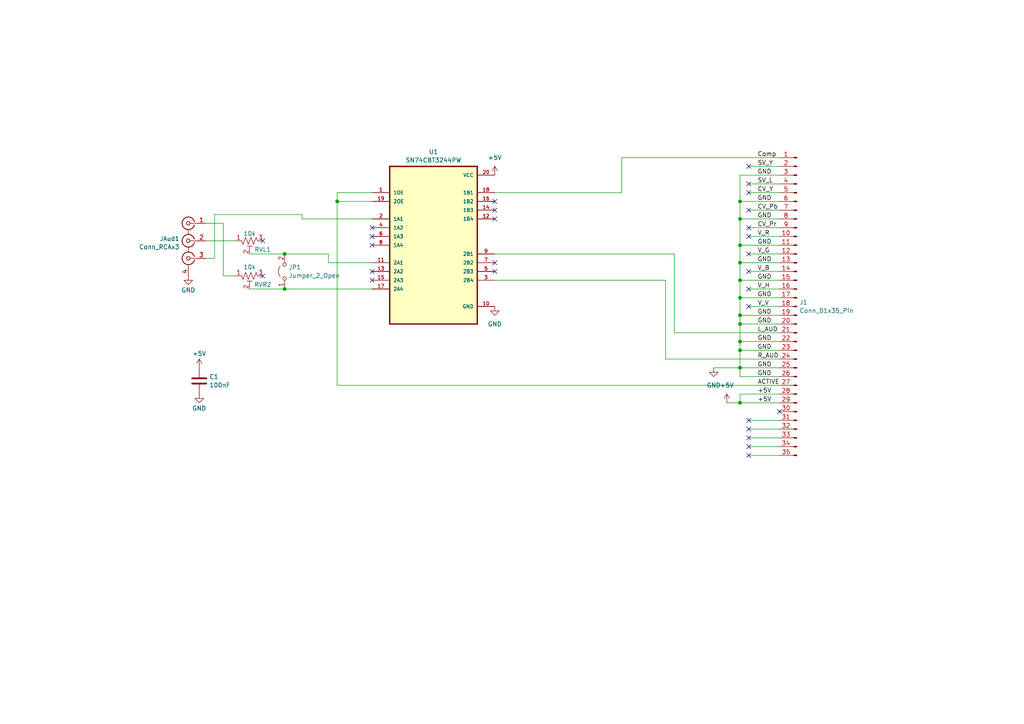
<source format=kicad_sch>
(kicad_sch
	(version 20231120)
	(generator "eeschema")
	(generator_version "8.0")
	(uuid "cd75e6d9-63a4-4b18-bef6-de039d47422a")
	(paper "A4")
	(lib_symbols
		(symbol "+5V_1"
			(power)
			(pin_numbers hide)
			(pin_names
				(offset 0) hide)
			(exclude_from_sim no)
			(in_bom yes)
			(on_board yes)
			(property "Reference" "#PWR"
				(at 0 -3.81 0)
				(effects
					(font
						(size 1.27 1.27)
					)
					(hide yes)
				)
			)
			(property "Value" "+5V"
				(at 0 3.556 0)
				(effects
					(font
						(size 1.27 1.27)
					)
				)
			)
			(property "Footprint" ""
				(at 0 0 0)
				(effects
					(font
						(size 1.27 1.27)
					)
					(hide yes)
				)
			)
			(property "Datasheet" ""
				(at 0 0 0)
				(effects
					(font
						(size 1.27 1.27)
					)
					(hide yes)
				)
			)
			(property "Description" "Power symbol creates a global label with name \"+5V\""
				(at 0 0 0)
				(effects
					(font
						(size 1.27 1.27)
					)
					(hide yes)
				)
			)
			(property "ki_keywords" "global power"
				(at 0 0 0)
				(effects
					(font
						(size 1.27 1.27)
					)
					(hide yes)
				)
			)
			(symbol "+5V_1_0_1"
				(polyline
					(pts
						(xy -0.762 1.27) (xy 0 2.54)
					)
					(stroke
						(width 0)
						(type default)
					)
					(fill
						(type none)
					)
				)
				(polyline
					(pts
						(xy 0 0) (xy 0 2.54)
					)
					(stroke
						(width 0)
						(type default)
					)
					(fill
						(type none)
					)
				)
				(polyline
					(pts
						(xy 0 2.54) (xy 0.762 1.27)
					)
					(stroke
						(width 0)
						(type default)
					)
					(fill
						(type none)
					)
				)
			)
			(symbol "+5V_1_1_1"
				(pin power_in line
					(at 0 0 90)
					(length 0)
					(name "~"
						(effects
							(font
								(size 1.27 1.27)
							)
						)
					)
					(number "1"
						(effects
							(font
								(size 1.27 1.27)
							)
						)
					)
				)
			)
		)
		(symbol "CheshBits:Conn_RCAx3"
			(pin_names
				(offset 1.016) hide)
			(exclude_from_sim no)
			(in_bom yes)
			(on_board yes)
			(property "Reference" "JAud1"
				(at 0.254 3.048 0)
				(effects
					(font
						(size 1.27 1.27)
					)
				)
			)
			(property "Value" "Conn_RCAx3"
				(at 3.302 -5.588 90)
				(effects
					(font
						(size 1.27 1.27)
					)
				)
			)
			(property "Footprint" ""
				(at 0 -5.08 0)
				(effects
					(font
						(size 1.27 1.27)
					)
					(hide yes)
				)
			)
			(property "Datasheet" ""
				(at 0 -5.08 0)
				(effects
					(font
						(size 1.27 1.27)
					)
					(hide yes)
				)
			)
			(property "Description" ""
				(at 0 -2.54 0)
				(effects
					(font
						(size 1.27 1.27)
					)
					(hide yes)
				)
			)
			(property "ki_keywords" "BNC SMA SMB SMC LEMO coaxial connector CINCH RCA"
				(at 0 0 0)
				(effects
					(font
						(size 1.27 1.27)
					)
					(hide yes)
				)
			)
			(property "ki_fp_filters" "*BNC* *SMA* *SMB* *SMC* *Cinch* *LEMO*"
				(at 0 0 0)
				(effects
					(font
						(size 1.27 1.27)
					)
					(hide yes)
				)
			)
			(symbol "Conn_RCAx3_0_1"
				(arc
					(start -1.778 -10.668)
					(mid 0.222 -11.968)
					(end 1.778 -10.16)
					(stroke
						(width 0.254)
						(type default)
					)
					(fill
						(type none)
					)
				)
				(arc
					(start -1.778 -5.588)
					(mid 0.222 -6.888)
					(end 1.778 -5.08)
					(stroke
						(width 0.254)
						(type default)
					)
					(fill
						(type none)
					)
				)
				(arc
					(start -1.778 -0.508)
					(mid 0.222 -1.808)
					(end 1.778 0)
					(stroke
						(width 0.254)
						(type default)
					)
					(fill
						(type none)
					)
				)
				(circle
					(center 0 -10.16)
					(radius 0.508)
					(stroke
						(width 0.2032)
						(type default)
					)
					(fill
						(type none)
					)
				)
				(circle
					(center 0 -5.08)
					(radius 0.508)
					(stroke
						(width 0.2032)
						(type default)
					)
					(fill
						(type none)
					)
				)
				(polyline
					(pts
						(xy -2.54 -10.16) (xy -0.508 -10.16)
					)
					(stroke
						(width 0)
						(type default)
					)
					(fill
						(type none)
					)
				)
				(polyline
					(pts
						(xy -2.54 -5.08) (xy -0.508 -5.08)
					)
					(stroke
						(width 0)
						(type default)
					)
					(fill
						(type none)
					)
				)
				(polyline
					(pts
						(xy -2.54 0) (xy -0.508 0)
					)
					(stroke
						(width 0)
						(type default)
					)
					(fill
						(type none)
					)
				)
				(polyline
					(pts
						(xy 0 -11.9917) (xy 0 -13.2617)
					)
					(stroke
						(width 0)
						(type default)
					)
					(fill
						(type none)
					)
				)
				(polyline
					(pts
						(xy 0.0002 -6.8986) (xy 0.0002 -8.2956)
					)
					(stroke
						(width 0)
						(type default)
					)
					(fill
						(type none)
					)
				)
				(polyline
					(pts
						(xy 0 -1.778) (xy 0 -3.175)
					)
					(stroke
						(width 0)
						(type default)
					)
					(fill
						(type none)
					)
				)
				(circle
					(center 0 0)
					(radius 0.508)
					(stroke
						(width 0.2032)
						(type default)
					)
					(fill
						(type none)
					)
				)
				(arc
					(start 1.778 -10.16)
					(mid 0.222 -8.3517)
					(end -1.778 -9.652)
					(stroke
						(width 0.254)
						(type default)
					)
					(fill
						(type none)
					)
				)
				(arc
					(start 1.778 -5.08)
					(mid 0.222 -3.2717)
					(end -1.778 -4.572)
					(stroke
						(width 0.254)
						(type default)
					)
					(fill
						(type none)
					)
				)
				(arc
					(start 1.778 0)
					(mid 0.222 1.8083)
					(end -1.778 0.508)
					(stroke
						(width 0.254)
						(type default)
					)
					(fill
						(type none)
					)
				)
			)
			(symbol "Conn_RCAx3_1_1"
				(pin passive line
					(at -5.08 0 0)
					(length 2.54)
					(name "IN1"
						(effects
							(font
								(size 1.27 1.27)
							)
						)
					)
					(number "1"
						(effects
							(font
								(size 1.27 1.27)
							)
						)
					)
				)
				(pin passive line
					(at -5.08 -5.08 0)
					(length 2.54)
					(name "IN2"
						(effects
							(font
								(size 1.27 1.27)
							)
						)
					)
					(number "2"
						(effects
							(font
								(size 1.27 1.27)
							)
						)
					)
				)
				(pin passive line
					(at -5.08 -10.16 0)
					(length 2.54)
					(name "IN1"
						(effects
							(font
								(size 1.27 1.27)
							)
						)
					)
					(number "3"
						(effects
							(font
								(size 1.27 1.27)
							)
						)
					)
				)
				(pin passive line
					(at 0 -15.24 90)
					(length 2.54)
					(name "GND"
						(effects
							(font
								(size 1.27 1.27)
							)
						)
					)
					(number "4"
						(effects
							(font
								(size 1.27 1.27)
							)
						)
					)
				)
			)
		)
		(symbol "Connector:Conn_01x35_Pin"
			(pin_names
				(offset 1.016) hide)
			(exclude_from_sim no)
			(in_bom yes)
			(on_board yes)
			(property "Reference" "J"
				(at 0 45.72 0)
				(effects
					(font
						(size 1.27 1.27)
					)
				)
			)
			(property "Value" "Conn_01x35_Pin"
				(at 0 -45.72 0)
				(effects
					(font
						(size 1.27 1.27)
					)
				)
			)
			(property "Footprint" ""
				(at 0 0 0)
				(effects
					(font
						(size 1.27 1.27)
					)
					(hide yes)
				)
			)
			(property "Datasheet" "~"
				(at 0 0 0)
				(effects
					(font
						(size 1.27 1.27)
					)
					(hide yes)
				)
			)
			(property "Description" "Generic connector, single row, 01x35, script generated"
				(at 0 0 0)
				(effects
					(font
						(size 1.27 1.27)
					)
					(hide yes)
				)
			)
			(property "ki_locked" ""
				(at 0 0 0)
				(effects
					(font
						(size 1.27 1.27)
					)
				)
			)
			(property "ki_keywords" "connector"
				(at 0 0 0)
				(effects
					(font
						(size 1.27 1.27)
					)
					(hide yes)
				)
			)
			(property "ki_fp_filters" "Connector*:*_1x??_*"
				(at 0 0 0)
				(effects
					(font
						(size 1.27 1.27)
					)
					(hide yes)
				)
			)
			(symbol "Conn_01x35_Pin_1_1"
				(polyline
					(pts
						(xy 1.27 -43.18) (xy 0.8636 -43.18)
					)
					(stroke
						(width 0.1524)
						(type default)
					)
					(fill
						(type none)
					)
				)
				(polyline
					(pts
						(xy 1.27 -40.64) (xy 0.8636 -40.64)
					)
					(stroke
						(width 0.1524)
						(type default)
					)
					(fill
						(type none)
					)
				)
				(polyline
					(pts
						(xy 1.27 -38.1) (xy 0.8636 -38.1)
					)
					(stroke
						(width 0.1524)
						(type default)
					)
					(fill
						(type none)
					)
				)
				(polyline
					(pts
						(xy 1.27 -35.56) (xy 0.8636 -35.56)
					)
					(stroke
						(width 0.1524)
						(type default)
					)
					(fill
						(type none)
					)
				)
				(polyline
					(pts
						(xy 1.27 -33.02) (xy 0.8636 -33.02)
					)
					(stroke
						(width 0.1524)
						(type default)
					)
					(fill
						(type none)
					)
				)
				(polyline
					(pts
						(xy 1.27 -30.48) (xy 0.8636 -30.48)
					)
					(stroke
						(width 0.1524)
						(type default)
					)
					(fill
						(type none)
					)
				)
				(polyline
					(pts
						(xy 1.27 -27.94) (xy 0.8636 -27.94)
					)
					(stroke
						(width 0.1524)
						(type default)
					)
					(fill
						(type none)
					)
				)
				(polyline
					(pts
						(xy 1.27 -25.4) (xy 0.8636 -25.4)
					)
					(stroke
						(width 0.1524)
						(type default)
					)
					(fill
						(type none)
					)
				)
				(polyline
					(pts
						(xy 1.27 -22.86) (xy 0.8636 -22.86)
					)
					(stroke
						(width 0.1524)
						(type default)
					)
					(fill
						(type none)
					)
				)
				(polyline
					(pts
						(xy 1.27 -20.32) (xy 0.8636 -20.32)
					)
					(stroke
						(width 0.1524)
						(type default)
					)
					(fill
						(type none)
					)
				)
				(polyline
					(pts
						(xy 1.27 -17.78) (xy 0.8636 -17.78)
					)
					(stroke
						(width 0.1524)
						(type default)
					)
					(fill
						(type none)
					)
				)
				(polyline
					(pts
						(xy 1.27 -15.24) (xy 0.8636 -15.24)
					)
					(stroke
						(width 0.1524)
						(type default)
					)
					(fill
						(type none)
					)
				)
				(polyline
					(pts
						(xy 1.27 -12.7) (xy 0.8636 -12.7)
					)
					(stroke
						(width 0.1524)
						(type default)
					)
					(fill
						(type none)
					)
				)
				(polyline
					(pts
						(xy 1.27 -10.16) (xy 0.8636 -10.16)
					)
					(stroke
						(width 0.1524)
						(type default)
					)
					(fill
						(type none)
					)
				)
				(polyline
					(pts
						(xy 1.27 -7.62) (xy 0.8636 -7.62)
					)
					(stroke
						(width 0.1524)
						(type default)
					)
					(fill
						(type none)
					)
				)
				(polyline
					(pts
						(xy 1.27 -5.08) (xy 0.8636 -5.08)
					)
					(stroke
						(width 0.1524)
						(type default)
					)
					(fill
						(type none)
					)
				)
				(polyline
					(pts
						(xy 1.27 -2.54) (xy 0.8636 -2.54)
					)
					(stroke
						(width 0.1524)
						(type default)
					)
					(fill
						(type none)
					)
				)
				(polyline
					(pts
						(xy 1.27 0) (xy 0.8636 0)
					)
					(stroke
						(width 0.1524)
						(type default)
					)
					(fill
						(type none)
					)
				)
				(polyline
					(pts
						(xy 1.27 2.54) (xy 0.8636 2.54)
					)
					(stroke
						(width 0.1524)
						(type default)
					)
					(fill
						(type none)
					)
				)
				(polyline
					(pts
						(xy 1.27 5.08) (xy 0.8636 5.08)
					)
					(stroke
						(width 0.1524)
						(type default)
					)
					(fill
						(type none)
					)
				)
				(polyline
					(pts
						(xy 1.27 7.62) (xy 0.8636 7.62)
					)
					(stroke
						(width 0.1524)
						(type default)
					)
					(fill
						(type none)
					)
				)
				(polyline
					(pts
						(xy 1.27 10.16) (xy 0.8636 10.16)
					)
					(stroke
						(width 0.1524)
						(type default)
					)
					(fill
						(type none)
					)
				)
				(polyline
					(pts
						(xy 1.27 12.7) (xy 0.8636 12.7)
					)
					(stroke
						(width 0.1524)
						(type default)
					)
					(fill
						(type none)
					)
				)
				(polyline
					(pts
						(xy 1.27 15.24) (xy 0.8636 15.24)
					)
					(stroke
						(width 0.1524)
						(type default)
					)
					(fill
						(type none)
					)
				)
				(polyline
					(pts
						(xy 1.27 17.78) (xy 0.8636 17.78)
					)
					(stroke
						(width 0.1524)
						(type default)
					)
					(fill
						(type none)
					)
				)
				(polyline
					(pts
						(xy 1.27 20.32) (xy 0.8636 20.32)
					)
					(stroke
						(width 0.1524)
						(type default)
					)
					(fill
						(type none)
					)
				)
				(polyline
					(pts
						(xy 1.27 22.86) (xy 0.8636 22.86)
					)
					(stroke
						(width 0.1524)
						(type default)
					)
					(fill
						(type none)
					)
				)
				(polyline
					(pts
						(xy 1.27 25.4) (xy 0.8636 25.4)
					)
					(stroke
						(width 0.1524)
						(type default)
					)
					(fill
						(type none)
					)
				)
				(polyline
					(pts
						(xy 1.27 27.94) (xy 0.8636 27.94)
					)
					(stroke
						(width 0.1524)
						(type default)
					)
					(fill
						(type none)
					)
				)
				(polyline
					(pts
						(xy 1.27 30.48) (xy 0.8636 30.48)
					)
					(stroke
						(width 0.1524)
						(type default)
					)
					(fill
						(type none)
					)
				)
				(polyline
					(pts
						(xy 1.27 33.02) (xy 0.8636 33.02)
					)
					(stroke
						(width 0.1524)
						(type default)
					)
					(fill
						(type none)
					)
				)
				(polyline
					(pts
						(xy 1.27 35.56) (xy 0.8636 35.56)
					)
					(stroke
						(width 0.1524)
						(type default)
					)
					(fill
						(type none)
					)
				)
				(polyline
					(pts
						(xy 1.27 38.1) (xy 0.8636 38.1)
					)
					(stroke
						(width 0.1524)
						(type default)
					)
					(fill
						(type none)
					)
				)
				(polyline
					(pts
						(xy 1.27 40.64) (xy 0.8636 40.64)
					)
					(stroke
						(width 0.1524)
						(type default)
					)
					(fill
						(type none)
					)
				)
				(polyline
					(pts
						(xy 1.27 43.18) (xy 0.8636 43.18)
					)
					(stroke
						(width 0.1524)
						(type default)
					)
					(fill
						(type none)
					)
				)
				(rectangle
					(start 0.8636 -43.053)
					(end 0 -43.307)
					(stroke
						(width 0.1524)
						(type default)
					)
					(fill
						(type outline)
					)
				)
				(rectangle
					(start 0.8636 -40.513)
					(end 0 -40.767)
					(stroke
						(width 0.1524)
						(type default)
					)
					(fill
						(type outline)
					)
				)
				(rectangle
					(start 0.8636 -37.973)
					(end 0 -38.227)
					(stroke
						(width 0.1524)
						(type default)
					)
					(fill
						(type outline)
					)
				)
				(rectangle
					(start 0.8636 -35.433)
					(end 0 -35.687)
					(stroke
						(width 0.1524)
						(type default)
					)
					(fill
						(type outline)
					)
				)
				(rectangle
					(start 0.8636 -32.893)
					(end 0 -33.147)
					(stroke
						(width 0.1524)
						(type default)
					)
					(fill
						(type outline)
					)
				)
				(rectangle
					(start 0.8636 -30.353)
					(end 0 -30.607)
					(stroke
						(width 0.1524)
						(type default)
					)
					(fill
						(type outline)
					)
				)
				(rectangle
					(start 0.8636 -27.813)
					(end 0 -28.067)
					(stroke
						(width 0.1524)
						(type default)
					)
					(fill
						(type outline)
					)
				)
				(rectangle
					(start 0.8636 -25.273)
					(end 0 -25.527)
					(stroke
						(width 0.1524)
						(type default)
					)
					(fill
						(type outline)
					)
				)
				(rectangle
					(start 0.8636 -22.733)
					(end 0 -22.987)
					(stroke
						(width 0.1524)
						(type default)
					)
					(fill
						(type outline)
					)
				)
				(rectangle
					(start 0.8636 -20.193)
					(end 0 -20.447)
					(stroke
						(width 0.1524)
						(type default)
					)
					(fill
						(type outline)
					)
				)
				(rectangle
					(start 0.8636 -17.653)
					(end 0 -17.907)
					(stroke
						(width 0.1524)
						(type default)
					)
					(fill
						(type outline)
					)
				)
				(rectangle
					(start 0.8636 -15.113)
					(end 0 -15.367)
					(stroke
						(width 0.1524)
						(type default)
					)
					(fill
						(type outline)
					)
				)
				(rectangle
					(start 0.8636 -12.573)
					(end 0 -12.827)
					(stroke
						(width 0.1524)
						(type default)
					)
					(fill
						(type outline)
					)
				)
				(rectangle
					(start 0.8636 -10.033)
					(end 0 -10.287)
					(stroke
						(width 0.1524)
						(type default)
					)
					(fill
						(type outline)
					)
				)
				(rectangle
					(start 0.8636 -7.493)
					(end 0 -7.747)
					(stroke
						(width 0.1524)
						(type default)
					)
					(fill
						(type outline)
					)
				)
				(rectangle
					(start 0.8636 -4.953)
					(end 0 -5.207)
					(stroke
						(width 0.1524)
						(type default)
					)
					(fill
						(type outline)
					)
				)
				(rectangle
					(start 0.8636 -2.413)
					(end 0 -2.667)
					(stroke
						(width 0.1524)
						(type default)
					)
					(fill
						(type outline)
					)
				)
				(rectangle
					(start 0.8636 0.127)
					(end 0 -0.127)
					(stroke
						(width 0.1524)
						(type default)
					)
					(fill
						(type outline)
					)
				)
				(rectangle
					(start 0.8636 2.667)
					(end 0 2.413)
					(stroke
						(width 0.1524)
						(type default)
					)
					(fill
						(type outline)
					)
				)
				(rectangle
					(start 0.8636 5.207)
					(end 0 4.953)
					(stroke
						(width 0.1524)
						(type default)
					)
					(fill
						(type outline)
					)
				)
				(rectangle
					(start 0.8636 7.747)
					(end 0 7.493)
					(stroke
						(width 0.1524)
						(type default)
					)
					(fill
						(type outline)
					)
				)
				(rectangle
					(start 0.8636 10.287)
					(end 0 10.033)
					(stroke
						(width 0.1524)
						(type default)
					)
					(fill
						(type outline)
					)
				)
				(rectangle
					(start 0.8636 12.827)
					(end 0 12.573)
					(stroke
						(width 0.1524)
						(type default)
					)
					(fill
						(type outline)
					)
				)
				(rectangle
					(start 0.8636 15.367)
					(end 0 15.113)
					(stroke
						(width 0.1524)
						(type default)
					)
					(fill
						(type outline)
					)
				)
				(rectangle
					(start 0.8636 17.907)
					(end 0 17.653)
					(stroke
						(width 0.1524)
						(type default)
					)
					(fill
						(type outline)
					)
				)
				(rectangle
					(start 0.8636 20.447)
					(end 0 20.193)
					(stroke
						(width 0.1524)
						(type default)
					)
					(fill
						(type outline)
					)
				)
				(rectangle
					(start 0.8636 22.987)
					(end 0 22.733)
					(stroke
						(width 0.1524)
						(type default)
					)
					(fill
						(type outline)
					)
				)
				(rectangle
					(start 0.8636 25.527)
					(end 0 25.273)
					(stroke
						(width 0.1524)
						(type default)
					)
					(fill
						(type outline)
					)
				)
				(rectangle
					(start 0.8636 28.067)
					(end 0 27.813)
					(stroke
						(width 0.1524)
						(type default)
					)
					(fill
						(type outline)
					)
				)
				(rectangle
					(start 0.8636 30.607)
					(end 0 30.353)
					(stroke
						(width 0.1524)
						(type default)
					)
					(fill
						(type outline)
					)
				)
				(rectangle
					(start 0.8636 33.147)
					(end 0 32.893)
					(stroke
						(width 0.1524)
						(type default)
					)
					(fill
						(type outline)
					)
				)
				(rectangle
					(start 0.8636 35.687)
					(end 0 35.433)
					(stroke
						(width 0.1524)
						(type default)
					)
					(fill
						(type outline)
					)
				)
				(rectangle
					(start 0.8636 38.227)
					(end 0 37.973)
					(stroke
						(width 0.1524)
						(type default)
					)
					(fill
						(type outline)
					)
				)
				(rectangle
					(start 0.8636 40.767)
					(end 0 40.513)
					(stroke
						(width 0.1524)
						(type default)
					)
					(fill
						(type outline)
					)
				)
				(rectangle
					(start 0.8636 43.307)
					(end 0 43.053)
					(stroke
						(width 0.1524)
						(type default)
					)
					(fill
						(type outline)
					)
				)
				(pin passive line
					(at 5.08 43.18 180)
					(length 3.81)
					(name "Pin_1"
						(effects
							(font
								(size 1.27 1.27)
							)
						)
					)
					(number "1"
						(effects
							(font
								(size 1.27 1.27)
							)
						)
					)
				)
				(pin passive line
					(at 5.08 20.32 180)
					(length 3.81)
					(name "Pin_10"
						(effects
							(font
								(size 1.27 1.27)
							)
						)
					)
					(number "10"
						(effects
							(font
								(size 1.27 1.27)
							)
						)
					)
				)
				(pin passive line
					(at 5.08 17.78 180)
					(length 3.81)
					(name "Pin_11"
						(effects
							(font
								(size 1.27 1.27)
							)
						)
					)
					(number "11"
						(effects
							(font
								(size 1.27 1.27)
							)
						)
					)
				)
				(pin passive line
					(at 5.08 15.24 180)
					(length 3.81)
					(name "Pin_12"
						(effects
							(font
								(size 1.27 1.27)
							)
						)
					)
					(number "12"
						(effects
							(font
								(size 1.27 1.27)
							)
						)
					)
				)
				(pin passive line
					(at 5.08 12.7 180)
					(length 3.81)
					(name "Pin_13"
						(effects
							(font
								(size 1.27 1.27)
							)
						)
					)
					(number "13"
						(effects
							(font
								(size 1.27 1.27)
							)
						)
					)
				)
				(pin passive line
					(at 5.08 10.16 180)
					(length 3.81)
					(name "Pin_14"
						(effects
							(font
								(size 1.27 1.27)
							)
						)
					)
					(number "14"
						(effects
							(font
								(size 1.27 1.27)
							)
						)
					)
				)
				(pin passive line
					(at 5.08 7.62 180)
					(length 3.81)
					(name "Pin_15"
						(effects
							(font
								(size 1.27 1.27)
							)
						)
					)
					(number "15"
						(effects
							(font
								(size 1.27 1.27)
							)
						)
					)
				)
				(pin passive line
					(at 5.08 5.08 180)
					(length 3.81)
					(name "Pin_16"
						(effects
							(font
								(size 1.27 1.27)
							)
						)
					)
					(number "16"
						(effects
							(font
								(size 1.27 1.27)
							)
						)
					)
				)
				(pin passive line
					(at 5.08 2.54 180)
					(length 3.81)
					(name "Pin_17"
						(effects
							(font
								(size 1.27 1.27)
							)
						)
					)
					(number "17"
						(effects
							(font
								(size 1.27 1.27)
							)
						)
					)
				)
				(pin passive line
					(at 5.08 0 180)
					(length 3.81)
					(name "Pin_18"
						(effects
							(font
								(size 1.27 1.27)
							)
						)
					)
					(number "18"
						(effects
							(font
								(size 1.27 1.27)
							)
						)
					)
				)
				(pin passive line
					(at 5.08 -2.54 180)
					(length 3.81)
					(name "Pin_19"
						(effects
							(font
								(size 1.27 1.27)
							)
						)
					)
					(number "19"
						(effects
							(font
								(size 1.27 1.27)
							)
						)
					)
				)
				(pin passive line
					(at 5.08 40.64 180)
					(length 3.81)
					(name "Pin_2"
						(effects
							(font
								(size 1.27 1.27)
							)
						)
					)
					(number "2"
						(effects
							(font
								(size 1.27 1.27)
							)
						)
					)
				)
				(pin passive line
					(at 5.08 -5.08 180)
					(length 3.81)
					(name "Pin_20"
						(effects
							(font
								(size 1.27 1.27)
							)
						)
					)
					(number "20"
						(effects
							(font
								(size 1.27 1.27)
							)
						)
					)
				)
				(pin passive line
					(at 5.08 -7.62 180)
					(length 3.81)
					(name "Pin_21"
						(effects
							(font
								(size 1.27 1.27)
							)
						)
					)
					(number "21"
						(effects
							(font
								(size 1.27 1.27)
							)
						)
					)
				)
				(pin passive line
					(at 5.08 -10.16 180)
					(length 3.81)
					(name "Pin_22"
						(effects
							(font
								(size 1.27 1.27)
							)
						)
					)
					(number "22"
						(effects
							(font
								(size 1.27 1.27)
							)
						)
					)
				)
				(pin passive line
					(at 5.08 -12.7 180)
					(length 3.81)
					(name "Pin_23"
						(effects
							(font
								(size 1.27 1.27)
							)
						)
					)
					(number "23"
						(effects
							(font
								(size 1.27 1.27)
							)
						)
					)
				)
				(pin passive line
					(at 5.08 -15.24 180)
					(length 3.81)
					(name "Pin_24"
						(effects
							(font
								(size 1.27 1.27)
							)
						)
					)
					(number "24"
						(effects
							(font
								(size 1.27 1.27)
							)
						)
					)
				)
				(pin passive line
					(at 5.08 -17.78 180)
					(length 3.81)
					(name "Pin_25"
						(effects
							(font
								(size 1.27 1.27)
							)
						)
					)
					(number "25"
						(effects
							(font
								(size 1.27 1.27)
							)
						)
					)
				)
				(pin passive line
					(at 5.08 -20.32 180)
					(length 3.81)
					(name "Pin_26"
						(effects
							(font
								(size 1.27 1.27)
							)
						)
					)
					(number "26"
						(effects
							(font
								(size 1.27 1.27)
							)
						)
					)
				)
				(pin passive line
					(at 5.08 -22.86 180)
					(length 3.81)
					(name "Pin_27"
						(effects
							(font
								(size 1.27 1.27)
							)
						)
					)
					(number "27"
						(effects
							(font
								(size 1.27 1.27)
							)
						)
					)
				)
				(pin passive line
					(at 5.08 -25.4 180)
					(length 3.81)
					(name "Pin_28"
						(effects
							(font
								(size 1.27 1.27)
							)
						)
					)
					(number "28"
						(effects
							(font
								(size 1.27 1.27)
							)
						)
					)
				)
				(pin passive line
					(at 5.08 -27.94 180)
					(length 3.81)
					(name "Pin_29"
						(effects
							(font
								(size 1.27 1.27)
							)
						)
					)
					(number "29"
						(effects
							(font
								(size 1.27 1.27)
							)
						)
					)
				)
				(pin passive line
					(at 5.08 38.1 180)
					(length 3.81)
					(name "Pin_3"
						(effects
							(font
								(size 1.27 1.27)
							)
						)
					)
					(number "3"
						(effects
							(font
								(size 1.27 1.27)
							)
						)
					)
				)
				(pin passive line
					(at 5.08 -30.48 180)
					(length 3.81)
					(name "Pin_30"
						(effects
							(font
								(size 1.27 1.27)
							)
						)
					)
					(number "30"
						(effects
							(font
								(size 1.27 1.27)
							)
						)
					)
				)
				(pin passive line
					(at 5.08 -33.02 180)
					(length 3.81)
					(name "Pin_31"
						(effects
							(font
								(size 1.27 1.27)
							)
						)
					)
					(number "31"
						(effects
							(font
								(size 1.27 1.27)
							)
						)
					)
				)
				(pin passive line
					(at 5.08 -35.56 180)
					(length 3.81)
					(name "Pin_32"
						(effects
							(font
								(size 1.27 1.27)
							)
						)
					)
					(number "32"
						(effects
							(font
								(size 1.27 1.27)
							)
						)
					)
				)
				(pin passive line
					(at 5.08 -38.1 180)
					(length 3.81)
					(name "Pin_33"
						(effects
							(font
								(size 1.27 1.27)
							)
						)
					)
					(number "33"
						(effects
							(font
								(size 1.27 1.27)
							)
						)
					)
				)
				(pin passive line
					(at 5.08 -40.64 180)
					(length 3.81)
					(name "Pin_34"
						(effects
							(font
								(size 1.27 1.27)
							)
						)
					)
					(number "34"
						(effects
							(font
								(size 1.27 1.27)
							)
						)
					)
				)
				(pin passive line
					(at 5.08 -43.18 180)
					(length 3.81)
					(name "Pin_35"
						(effects
							(font
								(size 1.27 1.27)
							)
						)
					)
					(number "35"
						(effects
							(font
								(size 1.27 1.27)
							)
						)
					)
				)
				(pin passive line
					(at 5.08 35.56 180)
					(length 3.81)
					(name "Pin_4"
						(effects
							(font
								(size 1.27 1.27)
							)
						)
					)
					(number "4"
						(effects
							(font
								(size 1.27 1.27)
							)
						)
					)
				)
				(pin passive line
					(at 5.08 33.02 180)
					(length 3.81)
					(name "Pin_5"
						(effects
							(font
								(size 1.27 1.27)
							)
						)
					)
					(number "5"
						(effects
							(font
								(size 1.27 1.27)
							)
						)
					)
				)
				(pin passive line
					(at 5.08 30.48 180)
					(length 3.81)
					(name "Pin_6"
						(effects
							(font
								(size 1.27 1.27)
							)
						)
					)
					(number "6"
						(effects
							(font
								(size 1.27 1.27)
							)
						)
					)
				)
				(pin passive line
					(at 5.08 27.94 180)
					(length 3.81)
					(name "Pin_7"
						(effects
							(font
								(size 1.27 1.27)
							)
						)
					)
					(number "7"
						(effects
							(font
								(size 1.27 1.27)
							)
						)
					)
				)
				(pin passive line
					(at 5.08 25.4 180)
					(length 3.81)
					(name "Pin_8"
						(effects
							(font
								(size 1.27 1.27)
							)
						)
					)
					(number "8"
						(effects
							(font
								(size 1.27 1.27)
							)
						)
					)
				)
				(pin passive line
					(at 5.08 22.86 180)
					(length 3.81)
					(name "Pin_9"
						(effects
							(font
								(size 1.27 1.27)
							)
						)
					)
					(number "9"
						(effects
							(font
								(size 1.27 1.27)
							)
						)
					)
				)
			)
		)
		(symbol "Device:C"
			(pin_numbers hide)
			(pin_names
				(offset 0.254)
			)
			(exclude_from_sim no)
			(in_bom yes)
			(on_board yes)
			(property "Reference" "C"
				(at 0.635 2.54 0)
				(effects
					(font
						(size 1.27 1.27)
					)
					(justify left)
				)
			)
			(property "Value" "C"
				(at 0.635 -2.54 0)
				(effects
					(font
						(size 1.27 1.27)
					)
					(justify left)
				)
			)
			(property "Footprint" ""
				(at 0.9652 -3.81 0)
				(effects
					(font
						(size 1.27 1.27)
					)
					(hide yes)
				)
			)
			(property "Datasheet" "~"
				(at 0 0 0)
				(effects
					(font
						(size 1.27 1.27)
					)
					(hide yes)
				)
			)
			(property "Description" "Unpolarized capacitor"
				(at 0 0 0)
				(effects
					(font
						(size 1.27 1.27)
					)
					(hide yes)
				)
			)
			(property "ki_keywords" "cap capacitor"
				(at 0 0 0)
				(effects
					(font
						(size 1.27 1.27)
					)
					(hide yes)
				)
			)
			(property "ki_fp_filters" "C_*"
				(at 0 0 0)
				(effects
					(font
						(size 1.27 1.27)
					)
					(hide yes)
				)
			)
			(symbol "C_0_1"
				(polyline
					(pts
						(xy -2.032 -0.762) (xy 2.032 -0.762)
					)
					(stroke
						(width 0.508)
						(type default)
					)
					(fill
						(type none)
					)
				)
				(polyline
					(pts
						(xy -2.032 0.762) (xy 2.032 0.762)
					)
					(stroke
						(width 0.508)
						(type default)
					)
					(fill
						(type none)
					)
				)
			)
			(symbol "C_1_1"
				(pin passive line
					(at 0 3.81 270)
					(length 2.794)
					(name "~"
						(effects
							(font
								(size 1.27 1.27)
							)
						)
					)
					(number "1"
						(effects
							(font
								(size 1.27 1.27)
							)
						)
					)
				)
				(pin passive line
					(at 0 -3.81 90)
					(length 2.794)
					(name "~"
						(effects
							(font
								(size 1.27 1.27)
							)
						)
					)
					(number "2"
						(effects
							(font
								(size 1.27 1.27)
							)
						)
					)
				)
			)
		)
		(symbol "Device:R_Potentiometer_Trim_US"
			(pin_names
				(offset 1.016) hide)
			(exclude_from_sim no)
			(in_bom yes)
			(on_board yes)
			(property "Reference" "RV"
				(at -4.445 0 90)
				(effects
					(font
						(size 1.27 1.27)
					)
				)
			)
			(property "Value" "R_Potentiometer_Trim_US"
				(at -2.54 0 90)
				(effects
					(font
						(size 1.27 1.27)
					)
				)
			)
			(property "Footprint" ""
				(at 0 0 0)
				(effects
					(font
						(size 1.27 1.27)
					)
					(hide yes)
				)
			)
			(property "Datasheet" "~"
				(at 0 0 0)
				(effects
					(font
						(size 1.27 1.27)
					)
					(hide yes)
				)
			)
			(property "Description" "Trim-potentiometer, US symbol"
				(at 0 0 0)
				(effects
					(font
						(size 1.27 1.27)
					)
					(hide yes)
				)
			)
			(property "ki_keywords" "resistor variable trimpot trimmer"
				(at 0 0 0)
				(effects
					(font
						(size 1.27 1.27)
					)
					(hide yes)
				)
			)
			(property "ki_fp_filters" "Potentiometer*"
				(at 0 0 0)
				(effects
					(font
						(size 1.27 1.27)
					)
					(hide yes)
				)
			)
			(symbol "R_Potentiometer_Trim_US_0_1"
				(polyline
					(pts
						(xy 0 -2.286) (xy 0 -2.54)
					)
					(stroke
						(width 0)
						(type default)
					)
					(fill
						(type none)
					)
				)
				(polyline
					(pts
						(xy 0 2.286) (xy 0 2.54)
					)
					(stroke
						(width 0)
						(type default)
					)
					(fill
						(type none)
					)
				)
				(polyline
					(pts
						(xy 1.524 0.762) (xy 1.524 -0.762)
					)
					(stroke
						(width 0)
						(type default)
					)
					(fill
						(type none)
					)
				)
				(polyline
					(pts
						(xy 2.54 0) (xy 1.524 0)
					)
					(stroke
						(width 0)
						(type default)
					)
					(fill
						(type none)
					)
				)
				(polyline
					(pts
						(xy 0 -0.762) (xy 1.016 -1.143) (xy 0 -1.524) (xy -1.016 -1.905) (xy 0 -2.286)
					)
					(stroke
						(width 0)
						(type default)
					)
					(fill
						(type none)
					)
				)
				(polyline
					(pts
						(xy 0 0.762) (xy 1.016 0.381) (xy 0 0) (xy -1.016 -0.381) (xy 0 -0.762)
					)
					(stroke
						(width 0)
						(type default)
					)
					(fill
						(type none)
					)
				)
				(polyline
					(pts
						(xy 0 2.286) (xy 1.016 1.905) (xy 0 1.524) (xy -1.016 1.143) (xy 0 0.762)
					)
					(stroke
						(width 0)
						(type default)
					)
					(fill
						(type none)
					)
				)
			)
			(symbol "R_Potentiometer_Trim_US_1_1"
				(pin passive line
					(at 0 3.81 270)
					(length 1.27)
					(name "1"
						(effects
							(font
								(size 1.27 1.27)
							)
						)
					)
					(number "1"
						(effects
							(font
								(size 1.27 1.27)
							)
						)
					)
				)
				(pin passive line
					(at 3.81 0 180)
					(length 1.27)
					(name "2"
						(effects
							(font
								(size 1.27 1.27)
							)
						)
					)
					(number "2"
						(effects
							(font
								(size 1.27 1.27)
							)
						)
					)
				)
				(pin passive line
					(at 0 -3.81 90)
					(length 1.27)
					(name "3"
						(effects
							(font
								(size 1.27 1.27)
							)
						)
					)
					(number "3"
						(effects
							(font
								(size 1.27 1.27)
							)
						)
					)
				)
			)
		)
		(symbol "GND_1"
			(power)
			(pin_numbers hide)
			(pin_names
				(offset 0) hide)
			(exclude_from_sim no)
			(in_bom yes)
			(on_board yes)
			(property "Reference" "#PWR"
				(at 0 -6.35 0)
				(effects
					(font
						(size 1.27 1.27)
					)
					(hide yes)
				)
			)
			(property "Value" "GND"
				(at 0 -3.81 0)
				(effects
					(font
						(size 1.27 1.27)
					)
				)
			)
			(property "Footprint" ""
				(at 0 0 0)
				(effects
					(font
						(size 1.27 1.27)
					)
					(hide yes)
				)
			)
			(property "Datasheet" ""
				(at 0 0 0)
				(effects
					(font
						(size 1.27 1.27)
					)
					(hide yes)
				)
			)
			(property "Description" "Power symbol creates a global label with name \"GND\" , ground"
				(at 0 0 0)
				(effects
					(font
						(size 1.27 1.27)
					)
					(hide yes)
				)
			)
			(property "ki_keywords" "global power"
				(at 0 0 0)
				(effects
					(font
						(size 1.27 1.27)
					)
					(hide yes)
				)
			)
			(symbol "GND_1_0_1"
				(polyline
					(pts
						(xy 0 0) (xy 0 -1.27) (xy 1.27 -1.27) (xy 0 -2.54) (xy -1.27 -1.27) (xy 0 -1.27)
					)
					(stroke
						(width 0)
						(type default)
					)
					(fill
						(type none)
					)
				)
			)
			(symbol "GND_1_1_1"
				(pin power_in line
					(at 0 0 270)
					(length 0)
					(name "~"
						(effects
							(font
								(size 1.27 1.27)
							)
						)
					)
					(number "1"
						(effects
							(font
								(size 1.27 1.27)
							)
						)
					)
				)
			)
		)
		(symbol "GND_2"
			(power)
			(pin_numbers hide)
			(pin_names
				(offset 0) hide)
			(exclude_from_sim no)
			(in_bom yes)
			(on_board yes)
			(property "Reference" "#PWR"
				(at 0 -6.35 0)
				(effects
					(font
						(size 1.27 1.27)
					)
					(hide yes)
				)
			)
			(property "Value" "GND"
				(at 0 -3.81 0)
				(effects
					(font
						(size 1.27 1.27)
					)
				)
			)
			(property "Footprint" ""
				(at 0 0 0)
				(effects
					(font
						(size 1.27 1.27)
					)
					(hide yes)
				)
			)
			(property "Datasheet" ""
				(at 0 0 0)
				(effects
					(font
						(size 1.27 1.27)
					)
					(hide yes)
				)
			)
			(property "Description" "Power symbol creates a global label with name \"GND\" , ground"
				(at 0 0 0)
				(effects
					(font
						(size 1.27 1.27)
					)
					(hide yes)
				)
			)
			(property "ki_keywords" "global power"
				(at 0 0 0)
				(effects
					(font
						(size 1.27 1.27)
					)
					(hide yes)
				)
			)
			(symbol "GND_2_0_1"
				(polyline
					(pts
						(xy 0 0) (xy 0 -1.27) (xy 1.27 -1.27) (xy 0 -2.54) (xy -1.27 -1.27) (xy 0 -1.27)
					)
					(stroke
						(width 0)
						(type default)
					)
					(fill
						(type none)
					)
				)
			)
			(symbol "GND_2_1_1"
				(pin power_in line
					(at 0 0 270)
					(length 0)
					(name "~"
						(effects
							(font
								(size 1.27 1.27)
							)
						)
					)
					(number "1"
						(effects
							(font
								(size 1.27 1.27)
							)
						)
					)
				)
			)
		)
		(symbol "Jumper:Jumper_2_Open"
			(pin_names
				(offset 0) hide)
			(exclude_from_sim no)
			(in_bom yes)
			(on_board yes)
			(property "Reference" "JP"
				(at 0 2.794 0)
				(effects
					(font
						(size 1.27 1.27)
					)
				)
			)
			(property "Value" "Jumper_2_Open"
				(at 0 -2.286 0)
				(effects
					(font
						(size 1.27 1.27)
					)
				)
			)
			(property "Footprint" ""
				(at 0 0 0)
				(effects
					(font
						(size 1.27 1.27)
					)
					(hide yes)
				)
			)
			(property "Datasheet" "~"
				(at 0 0 0)
				(effects
					(font
						(size 1.27 1.27)
					)
					(hide yes)
				)
			)
			(property "Description" "Jumper, 2-pole, open"
				(at 0 0 0)
				(effects
					(font
						(size 1.27 1.27)
					)
					(hide yes)
				)
			)
			(property "ki_keywords" "Jumper SPST"
				(at 0 0 0)
				(effects
					(font
						(size 1.27 1.27)
					)
					(hide yes)
				)
			)
			(property "ki_fp_filters" "Jumper* TestPoint*2Pads* TestPoint*Bridge*"
				(at 0 0 0)
				(effects
					(font
						(size 1.27 1.27)
					)
					(hide yes)
				)
			)
			(symbol "Jumper_2_Open_0_0"
				(circle
					(center -2.032 0)
					(radius 0.508)
					(stroke
						(width 0)
						(type default)
					)
					(fill
						(type none)
					)
				)
				(circle
					(center 2.032 0)
					(radius 0.508)
					(stroke
						(width 0)
						(type default)
					)
					(fill
						(type none)
					)
				)
			)
			(symbol "Jumper_2_Open_0_1"
				(arc
					(start 1.524 1.27)
					(mid 0 1.778)
					(end -1.524 1.27)
					(stroke
						(width 0)
						(type default)
					)
					(fill
						(type none)
					)
				)
			)
			(symbol "Jumper_2_Open_1_1"
				(pin passive line
					(at -5.08 0 0)
					(length 2.54)
					(name "A"
						(effects
							(font
								(size 1.27 1.27)
							)
						)
					)
					(number "1"
						(effects
							(font
								(size 1.27 1.27)
							)
						)
					)
				)
				(pin passive line
					(at 5.08 0 180)
					(length 2.54)
					(name "B"
						(effects
							(font
								(size 1.27 1.27)
							)
						)
					)
					(number "2"
						(effects
							(font
								(size 1.27 1.27)
							)
						)
					)
				)
			)
		)
		(symbol "SN74CBT3244PW:SN74CBT3244PW"
			(pin_names
				(offset 1.016)
			)
			(exclude_from_sim no)
			(in_bom yes)
			(on_board yes)
			(property "Reference" "U1"
				(at 0 27.94 0)
				(effects
					(font
						(size 1.27 1.27)
					)
				)
			)
			(property "Value" "SN74CBT3244PW"
				(at 0 25.4 0)
				(effects
					(font
						(size 1.27 1.27)
					)
				)
			)
			(property "Footprint" "SOP65P640X120-20N"
				(at 0 0 0)
				(effects
					(font
						(size 1.27 1.27)
					)
					(justify bottom)
					(hide yes)
				)
			)
			(property "Datasheet" ""
				(at 0 0 0)
				(effects
					(font
						(size 1.27 1.27)
					)
					(hide yes)
				)
			)
			(property "Description" ""
				(at 0 0 0)
				(effects
					(font
						(size 1.27 1.27)
					)
					(hide yes)
				)
			)
			(symbol "SN74CBT3244PW_0_0"
				(rectangle
					(start -12.7 -22.86)
					(end 12.7 22.86)
					(stroke
						(width 0.41)
						(type default)
					)
					(fill
						(type background)
					)
				)
				(pin input line
					(at -17.78 15.24 0)
					(length 5.08)
					(name "1OE"
						(effects
							(font
								(size 1.016 1.016)
							)
						)
					)
					(number "1"
						(effects
							(font
								(size 1.016 1.016)
							)
						)
					)
				)
				(pin power_in line
					(at 17.78 -17.78 180)
					(length 5.08)
					(name "GND"
						(effects
							(font
								(size 1.016 1.016)
							)
						)
					)
					(number "10"
						(effects
							(font
								(size 1.016 1.016)
							)
						)
					)
				)
				(pin bidirectional line
					(at -17.78 -5.08 0)
					(length 5.08)
					(name "2A1"
						(effects
							(font
								(size 1.016 1.016)
							)
						)
					)
					(number "11"
						(effects
							(font
								(size 1.016 1.016)
							)
						)
					)
				)
				(pin bidirectional line
					(at 17.78 7.62 180)
					(length 5.08)
					(name "1B4"
						(effects
							(font
								(size 1.016 1.016)
							)
						)
					)
					(number "12"
						(effects
							(font
								(size 1.016 1.016)
							)
						)
					)
				)
				(pin bidirectional line
					(at -17.78 -7.62 0)
					(length 5.08)
					(name "2A2"
						(effects
							(font
								(size 1.016 1.016)
							)
						)
					)
					(number "13"
						(effects
							(font
								(size 1.016 1.016)
							)
						)
					)
				)
				(pin bidirectional line
					(at 17.78 10.16 180)
					(length 5.08)
					(name "1B3"
						(effects
							(font
								(size 1.016 1.016)
							)
						)
					)
					(number "14"
						(effects
							(font
								(size 1.016 1.016)
							)
						)
					)
				)
				(pin bidirectional line
					(at -17.78 -10.16 0)
					(length 5.08)
					(name "2A3"
						(effects
							(font
								(size 1.016 1.016)
							)
						)
					)
					(number "15"
						(effects
							(font
								(size 1.016 1.016)
							)
						)
					)
				)
				(pin bidirectional line
					(at 17.78 12.7 180)
					(length 5.08)
					(name "1B2"
						(effects
							(font
								(size 1.016 1.016)
							)
						)
					)
					(number "16"
						(effects
							(font
								(size 1.016 1.016)
							)
						)
					)
				)
				(pin bidirectional line
					(at -17.78 -12.7 0)
					(length 5.08)
					(name "2A4"
						(effects
							(font
								(size 1.016 1.016)
							)
						)
					)
					(number "17"
						(effects
							(font
								(size 1.016 1.016)
							)
						)
					)
				)
				(pin bidirectional line
					(at 17.78 15.24 180)
					(length 5.08)
					(name "1B1"
						(effects
							(font
								(size 1.016 1.016)
							)
						)
					)
					(number "18"
						(effects
							(font
								(size 1.016 1.016)
							)
						)
					)
				)
				(pin input line
					(at -17.78 12.7 0)
					(length 5.08)
					(name "2OE"
						(effects
							(font
								(size 1.016 1.016)
							)
						)
					)
					(number "19"
						(effects
							(font
								(size 1.016 1.016)
							)
						)
					)
				)
				(pin bidirectional line
					(at -17.78 7.62 0)
					(length 5.08)
					(name "1A1"
						(effects
							(font
								(size 1.016 1.016)
							)
						)
					)
					(number "2"
						(effects
							(font
								(size 1.016 1.016)
							)
						)
					)
				)
				(pin power_in line
					(at 17.78 20.32 180)
					(length 5.08)
					(name "VCC"
						(effects
							(font
								(size 1.016 1.016)
							)
						)
					)
					(number "20"
						(effects
							(font
								(size 1.016 1.016)
							)
						)
					)
				)
				(pin bidirectional line
					(at 17.78 -10.16 180)
					(length 5.08)
					(name "2B4"
						(effects
							(font
								(size 1.016 1.016)
							)
						)
					)
					(number "3"
						(effects
							(font
								(size 1.016 1.016)
							)
						)
					)
				)
				(pin bidirectional line
					(at -17.78 5.08 0)
					(length 5.08)
					(name "1A2"
						(effects
							(font
								(size 1.016 1.016)
							)
						)
					)
					(number "4"
						(effects
							(font
								(size 1.016 1.016)
							)
						)
					)
				)
				(pin bidirectional line
					(at 17.78 -7.62 180)
					(length 5.08)
					(name "2B3"
						(effects
							(font
								(size 1.016 1.016)
							)
						)
					)
					(number "5"
						(effects
							(font
								(size 1.016 1.016)
							)
						)
					)
				)
				(pin bidirectional line
					(at -17.78 2.54 0)
					(length 5.08)
					(name "1A3"
						(effects
							(font
								(size 1.016 1.016)
							)
						)
					)
					(number "6"
						(effects
							(font
								(size 1.016 1.016)
							)
						)
					)
				)
				(pin bidirectional line
					(at 17.78 -5.08 180)
					(length 5.08)
					(name "2B2"
						(effects
							(font
								(size 1.016 1.016)
							)
						)
					)
					(number "7"
						(effects
							(font
								(size 1.016 1.016)
							)
						)
					)
				)
				(pin bidirectional line
					(at -17.78 0 0)
					(length 5.08)
					(name "1A4"
						(effects
							(font
								(size 1.016 1.016)
							)
						)
					)
					(number "8"
						(effects
							(font
								(size 1.016 1.016)
							)
						)
					)
				)
				(pin bidirectional line
					(at 17.78 -2.54 180)
					(length 5.08)
					(name "2B1"
						(effects
							(font
								(size 1.016 1.016)
							)
						)
					)
					(number "9"
						(effects
							(font
								(size 1.016 1.016)
							)
						)
					)
				)
			)
		)
		(symbol "power:+5V"
			(power)
			(pin_names
				(offset 0)
			)
			(exclude_from_sim no)
			(in_bom yes)
			(on_board yes)
			(property "Reference" "#PWR"
				(at 0 -3.81 0)
				(effects
					(font
						(size 1.27 1.27)
					)
					(hide yes)
				)
			)
			(property "Value" "+5V"
				(at 0 3.556 0)
				(effects
					(font
						(size 1.27 1.27)
					)
				)
			)
			(property "Footprint" ""
				(at 0 0 0)
				(effects
					(font
						(size 1.27 1.27)
					)
					(hide yes)
				)
			)
			(property "Datasheet" ""
				(at 0 0 0)
				(effects
					(font
						(size 1.27 1.27)
					)
					(hide yes)
				)
			)
			(property "Description" "Power symbol creates a global label with name \"+5V\""
				(at 0 0 0)
				(effects
					(font
						(size 1.27 1.27)
					)
					(hide yes)
				)
			)
			(property "ki_keywords" "global power"
				(at 0 0 0)
				(effects
					(font
						(size 1.27 1.27)
					)
					(hide yes)
				)
			)
			(symbol "+5V_0_1"
				(polyline
					(pts
						(xy -0.762 1.27) (xy 0 2.54)
					)
					(stroke
						(width 0)
						(type default)
					)
					(fill
						(type none)
					)
				)
				(polyline
					(pts
						(xy 0 0) (xy 0 2.54)
					)
					(stroke
						(width 0)
						(type default)
					)
					(fill
						(type none)
					)
				)
				(polyline
					(pts
						(xy 0 2.54) (xy 0.762 1.27)
					)
					(stroke
						(width 0)
						(type default)
					)
					(fill
						(type none)
					)
				)
			)
			(symbol "+5V_1_1"
				(pin power_in line
					(at 0 0 90)
					(length 0) hide
					(name "+5V"
						(effects
							(font
								(size 1.27 1.27)
							)
						)
					)
					(number "1"
						(effects
							(font
								(size 1.27 1.27)
							)
						)
					)
				)
			)
		)
		(symbol "power:GND"
			(power)
			(pin_names
				(offset 0)
			)
			(exclude_from_sim no)
			(in_bom yes)
			(on_board yes)
			(property "Reference" "#PWR"
				(at 0 -6.35 0)
				(effects
					(font
						(size 1.27 1.27)
					)
					(hide yes)
				)
			)
			(property "Value" "GND"
				(at 0 -3.81 0)
				(effects
					(font
						(size 1.27 1.27)
					)
				)
			)
			(property "Footprint" ""
				(at 0 0 0)
				(effects
					(font
						(size 1.27 1.27)
					)
					(hide yes)
				)
			)
			(property "Datasheet" ""
				(at 0 0 0)
				(effects
					(font
						(size 1.27 1.27)
					)
					(hide yes)
				)
			)
			(property "Description" "Power symbol creates a global label with name \"GND\" , ground"
				(at 0 0 0)
				(effects
					(font
						(size 1.27 1.27)
					)
					(hide yes)
				)
			)
			(property "ki_keywords" "global power"
				(at 0 0 0)
				(effects
					(font
						(size 1.27 1.27)
					)
					(hide yes)
				)
			)
			(symbol "GND_0_1"
				(polyline
					(pts
						(xy 0 0) (xy 0 -1.27) (xy 1.27 -1.27) (xy 0 -2.54) (xy -1.27 -1.27) (xy 0 -1.27)
					)
					(stroke
						(width 0)
						(type default)
					)
					(fill
						(type none)
					)
				)
			)
			(symbol "GND_1_1"
				(pin power_in line
					(at 0 0 270)
					(length 0) hide
					(name "GND"
						(effects
							(font
								(size 1.27 1.27)
							)
						)
					)
					(number "1"
						(effects
							(font
								(size 1.27 1.27)
							)
						)
					)
				)
			)
		)
	)
	(junction
		(at 214.63 116.84)
		(diameter 0)
		(color 0 0 0 0)
		(uuid "03c53a84-4ad9-46d2-9aaa-653e0cda2fbf")
	)
	(junction
		(at 214.63 81.28)
		(diameter 0)
		(color 0 0 0 0)
		(uuid "14a82d94-5b83-48fd-b6ef-f8e5a3f07095")
	)
	(junction
		(at 214.63 63.5)
		(diameter 0)
		(color 0 0 0 0)
		(uuid "151d0b83-977b-49b3-97c6-fa6bfd3aac8f")
	)
	(junction
		(at 214.63 101.6)
		(diameter 0)
		(color 0 0 0 0)
		(uuid "2020b14d-c4b3-43d3-a846-b70602d4299a")
	)
	(junction
		(at 214.63 86.36)
		(diameter 0)
		(color 0 0 0 0)
		(uuid "3c505c69-03b9-4904-ac07-bac6b12c8903")
	)
	(junction
		(at 97.79 58.42)
		(diameter 0)
		(color 0 0 0 0)
		(uuid "43273ba5-d8c0-4168-8553-cd3f0888939a")
	)
	(junction
		(at 214.63 93.98)
		(diameter 0)
		(color 0 0 0 0)
		(uuid "55448cc3-34e5-4f9e-93a7-f38df67e2a82")
	)
	(junction
		(at 214.63 91.44)
		(diameter 0)
		(color 0 0 0 0)
		(uuid "562ce412-0f81-4e74-bb4f-0c2924ca200e")
	)
	(junction
		(at 82.55 83.82)
		(diameter 0)
		(color 0 0 0 0)
		(uuid "852481f6-e772-4aca-b36d-5e30aa82571e")
	)
	(junction
		(at 214.63 76.2)
		(diameter 0)
		(color 0 0 0 0)
		(uuid "92723883-490f-4d6b-8eaa-c08b5944e2ea")
	)
	(junction
		(at 82.55 73.66)
		(diameter 0)
		(color 0 0 0 0)
		(uuid "9c9a6ac1-c1dd-4075-b08b-a2b892bbb8e8")
	)
	(junction
		(at 214.63 58.42)
		(diameter 0)
		(color 0 0 0 0)
		(uuid "ad65df44-449d-40d5-ac8a-2dbc0fb5de21")
	)
	(junction
		(at 214.63 99.06)
		(diameter 0)
		(color 0 0 0 0)
		(uuid "bf22564f-fe1b-497f-ba76-6d132d9975dd")
	)
	(junction
		(at 214.63 71.12)
		(diameter 0)
		(color 0 0 0 0)
		(uuid "ea496a5b-5d5d-4d98-8214-bb78395131e2")
	)
	(junction
		(at 214.63 106.68)
		(diameter 0)
		(color 0 0 0 0)
		(uuid "f3f628d6-de1b-4090-a8db-192a0c497b18")
	)
	(no_connect
		(at 217.17 127)
		(uuid "0805125f-506d-4466-9b23-521f9c946acb")
	)
	(no_connect
		(at 143.51 63.5)
		(uuid "18810f9d-6236-4d4f-a581-b445d690ac0d")
	)
	(no_connect
		(at 217.17 68.58)
		(uuid "19640d06-0ffe-4f7f-bfaa-d0d2b362819c")
	)
	(no_connect
		(at 217.17 121.92)
		(uuid "1ac43eb6-25e8-45f4-a950-d29ba33ffee3")
	)
	(no_connect
		(at 76.2 69.85)
		(uuid "1f1ec6a8-0b10-4286-a509-cf86d801a037")
	)
	(no_connect
		(at 217.17 60.96)
		(uuid "1fe66fb7-f9ee-494e-84b2-a99dfbdc11d4")
	)
	(no_connect
		(at 107.95 68.58)
		(uuid "257d67e8-975b-46e3-b79e-f3bbb9b7c625")
	)
	(no_connect
		(at 217.17 132.08)
		(uuid "370203b8-8852-4a02-91fb-2e70c4a9182d")
	)
	(no_connect
		(at 217.17 83.82)
		(uuid "421d52f3-a4cc-400d-9a5e-78162f892fdf")
	)
	(no_connect
		(at 143.51 60.96)
		(uuid "475dcb0f-b20d-4bf6-9e25-3327fec6c398")
	)
	(no_connect
		(at 217.17 78.74)
		(uuid "586946d2-6415-420d-8a81-76573972153d")
	)
	(no_connect
		(at 107.95 81.28)
		(uuid "5e3c6f6e-32a9-4a41-99e5-5de77b115e97")
	)
	(no_connect
		(at 226.06 119.38)
		(uuid "63e783f0-5273-4b8f-8cd2-a6e8e2d7b3db")
	)
	(no_connect
		(at 76.2 80.01)
		(uuid "6430791c-aaf2-48b5-b577-b95f52732464")
	)
	(no_connect
		(at 217.17 53.34)
		(uuid "78833b45-77f4-4bf9-8f8d-de2b150fb951")
	)
	(no_connect
		(at 217.17 66.04)
		(uuid "84eafbe0-f6fd-4a22-b008-3f0abd7092b0")
	)
	(no_connect
		(at 143.51 58.42)
		(uuid "8f4c0aeb-ddf6-431c-a267-7514fd10fc42")
	)
	(no_connect
		(at 217.17 48.26)
		(uuid "91c7ae9d-5a78-46b7-b751-a0d4b51bc5ea")
	)
	(no_connect
		(at 217.17 129.54)
		(uuid "95c484b0-30ea-4432-8cc1-53124d030bf2")
	)
	(no_connect
		(at 107.95 66.04)
		(uuid "aaacdcd0-6cc2-41b7-9eeb-f6a8ad938cd8")
	)
	(no_connect
		(at 143.51 78.74)
		(uuid "bae1dac8-9665-4937-b3db-e372d110d8a8")
	)
	(no_connect
		(at 217.17 55.88)
		(uuid "dadf8fc8-533e-418b-8606-845345b87db1")
	)
	(no_connect
		(at 107.95 71.12)
		(uuid "dbcbe2bf-fd33-4d9e-8fcd-c8491e547600")
	)
	(no_connect
		(at 107.95 78.74)
		(uuid "e1d8e6ff-b80b-4efb-9d73-8e856ffd521a")
	)
	(no_connect
		(at 143.51 76.2)
		(uuid "e34d87a7-f2a5-418e-b9d0-6b7d24128959")
	)
	(no_connect
		(at 217.17 88.9)
		(uuid "ea006167-9578-4928-af65-bf5bd3f908d5")
	)
	(no_connect
		(at 217.17 73.66)
		(uuid "edaecff6-73a6-4cf9-8bad-04944b1c8f95")
	)
	(no_connect
		(at 217.17 124.46)
		(uuid "f5d37e68-f927-49da-81e8-aa1220c79a89")
	)
	(wire
		(pts
			(xy 180.34 45.72) (xy 226.06 45.72)
		)
		(stroke
			(width 0)
			(type default)
		)
		(uuid "0075fa70-5af1-4642-b37c-45fb642f7b2c")
	)
	(wire
		(pts
			(xy 214.63 81.28) (xy 226.06 81.28)
		)
		(stroke
			(width 0)
			(type default)
		)
		(uuid "0519ae7b-a668-44dc-84a5-11220392b62c")
	)
	(wire
		(pts
			(xy 214.63 86.36) (xy 214.63 81.28)
		)
		(stroke
			(width 0)
			(type default)
		)
		(uuid "0b1c9b4e-210b-4b1b-84d2-ec8ea4f2fce7")
	)
	(wire
		(pts
			(xy 214.63 91.44) (xy 226.06 91.44)
		)
		(stroke
			(width 0)
			(type default)
		)
		(uuid "12182f48-9790-448e-b974-063c8f0de0b9")
	)
	(wire
		(pts
			(xy 226.06 129.54) (xy 217.17 129.54)
		)
		(stroke
			(width 0)
			(type default)
		)
		(uuid "138f255e-13de-49ee-b529-ea12e7f4adff")
	)
	(wire
		(pts
			(xy 97.79 58.42) (xy 107.95 58.42)
		)
		(stroke
			(width 0)
			(type default)
		)
		(uuid "17bcf4a8-13f6-4ac3-9246-3dbd4de25193")
	)
	(wire
		(pts
			(xy 214.63 106.68) (xy 214.63 101.6)
		)
		(stroke
			(width 0)
			(type default)
		)
		(uuid "1c435d9d-ce95-48b1-b15a-ca2d15824492")
	)
	(wire
		(pts
			(xy 217.17 60.96) (xy 226.06 60.96)
		)
		(stroke
			(width 0)
			(type default)
		)
		(uuid "1c757b7c-5415-4f3e-ac0c-304c0fb44039")
	)
	(wire
		(pts
			(xy 217.17 121.92) (xy 226.06 121.92)
		)
		(stroke
			(width 0)
			(type default)
		)
		(uuid "1d1d2c5d-9a95-4463-af35-78abbfb8cfaa")
	)
	(wire
		(pts
			(xy 59.69 69.85) (xy 68.58 69.85)
		)
		(stroke
			(width 0)
			(type default)
		)
		(uuid "1d351ab8-deb8-4783-b169-6e7e1de86311")
	)
	(wire
		(pts
			(xy 226.06 68.58) (xy 217.17 68.58)
		)
		(stroke
			(width 0)
			(type default)
		)
		(uuid "2402b39c-5ead-401d-9654-f73bff207d3f")
	)
	(wire
		(pts
			(xy 195.58 96.52) (xy 226.06 96.52)
		)
		(stroke
			(width 0)
			(type default)
		)
		(uuid "25127f9c-23cf-429c-b1d2-e095b5124ed3")
	)
	(wire
		(pts
			(xy 210.82 116.84) (xy 214.63 116.84)
		)
		(stroke
			(width 0)
			(type default)
		)
		(uuid "2e8f902c-8dad-4078-9f28-0bddfcc670a8")
	)
	(wire
		(pts
			(xy 226.06 124.46) (xy 217.17 124.46)
		)
		(stroke
			(width 0)
			(type default)
		)
		(uuid "2e8fb154-1d5f-4850-bd1f-2747c94990f6")
	)
	(wire
		(pts
			(xy 143.51 55.88) (xy 180.34 55.88)
		)
		(stroke
			(width 0)
			(type default)
		)
		(uuid "307dfa22-c27e-4e24-8367-bcfca093c48b")
	)
	(wire
		(pts
			(xy 214.63 50.8) (xy 226.06 50.8)
		)
		(stroke
			(width 0)
			(type default)
		)
		(uuid "31b21320-e8dd-488b-bd13-ddc4e4900878")
	)
	(wire
		(pts
			(xy 143.51 81.28) (xy 193.04 81.28)
		)
		(stroke
			(width 0)
			(type default)
		)
		(uuid "333d7f75-3a80-47da-a9af-eb68e48a6f9b")
	)
	(wire
		(pts
			(xy 214.63 76.2) (xy 214.63 71.12)
		)
		(stroke
			(width 0)
			(type default)
		)
		(uuid "33e810b8-1a42-4c50-a1c3-0e748491d566")
	)
	(wire
		(pts
			(xy 226.06 78.74) (xy 217.17 78.74)
		)
		(stroke
			(width 0)
			(type default)
		)
		(uuid "351b9522-e981-4c41-a232-db237fec020d")
	)
	(wire
		(pts
			(xy 217.17 127) (xy 226.06 127)
		)
		(stroke
			(width 0)
			(type default)
		)
		(uuid "3af9e4ad-437c-406d-a25d-edcb63f83575")
	)
	(wire
		(pts
			(xy 82.55 83.82) (xy 107.95 83.82)
		)
		(stroke
			(width 0)
			(type default)
		)
		(uuid "3afd8eb0-13b9-4ee3-8f29-704be7988486")
	)
	(wire
		(pts
			(xy 97.79 58.42) (xy 97.79 111.76)
		)
		(stroke
			(width 0)
			(type default)
		)
		(uuid "3da095ea-6621-4368-8aac-203dd8eb4012")
	)
	(wire
		(pts
			(xy 214.63 99.06) (xy 226.06 99.06)
		)
		(stroke
			(width 0)
			(type default)
		)
		(uuid "463fc56b-4fa5-4b58-8da6-b67b0d88a0fa")
	)
	(wire
		(pts
			(xy 143.51 73.66) (xy 195.58 73.66)
		)
		(stroke
			(width 0)
			(type default)
		)
		(uuid "49875374-c797-403f-a78a-a404c66b1df4")
	)
	(wire
		(pts
			(xy 72.39 83.82) (xy 82.55 83.82)
		)
		(stroke
			(width 0)
			(type default)
		)
		(uuid "4c76ffd8-f856-40a3-96f3-dd969e2296d8")
	)
	(wire
		(pts
			(xy 214.63 76.2) (xy 226.06 76.2)
		)
		(stroke
			(width 0)
			(type default)
		)
		(uuid "5499b081-a27d-45ac-a60e-849d1514f6e5")
	)
	(wire
		(pts
			(xy 64.77 80.01) (xy 68.58 80.01)
		)
		(stroke
			(width 0)
			(type default)
		)
		(uuid "594cfca2-25e2-4712-8734-31db84f2c0cc")
	)
	(wire
		(pts
			(xy 214.63 71.12) (xy 214.63 63.5)
		)
		(stroke
			(width 0)
			(type default)
		)
		(uuid "5a5abe2e-e4ea-499d-81bc-fb511378e1d4")
	)
	(wire
		(pts
			(xy 180.34 55.88) (xy 180.34 45.72)
		)
		(stroke
			(width 0)
			(type default)
		)
		(uuid "5a8d75f2-e888-4f84-aa8f-9bff1f0b9dfb")
	)
	(wire
		(pts
			(xy 214.63 114.3) (xy 214.63 116.84)
		)
		(stroke
			(width 0)
			(type default)
		)
		(uuid "5c01a063-dccb-4618-b7db-6690794c1885")
	)
	(wire
		(pts
			(xy 217.17 55.88) (xy 226.06 55.88)
		)
		(stroke
			(width 0)
			(type default)
		)
		(uuid "5f69f1ff-dfdd-41a8-961f-259f57ed60e3")
	)
	(wire
		(pts
			(xy 97.79 55.88) (xy 97.79 58.42)
		)
		(stroke
			(width 0)
			(type default)
		)
		(uuid "62654355-77a5-4bb9-be0d-19f7005db3fe")
	)
	(wire
		(pts
			(xy 217.17 132.08) (xy 226.06 132.08)
		)
		(stroke
			(width 0)
			(type default)
		)
		(uuid "677985ef-f413-4e91-9450-49d69f53dfc7")
	)
	(wire
		(pts
			(xy 214.63 101.6) (xy 226.06 101.6)
		)
		(stroke
			(width 0)
			(type default)
		)
		(uuid "6a455039-32d3-480f-afd4-1a7789f79dbd")
	)
	(wire
		(pts
			(xy 214.63 63.5) (xy 214.63 58.42)
		)
		(stroke
			(width 0)
			(type default)
		)
		(uuid "6a522f0c-e0e4-474f-b17b-dbc507d48be4")
	)
	(wire
		(pts
			(xy 214.63 109.22) (xy 214.63 106.68)
		)
		(stroke
			(width 0)
			(type default)
		)
		(uuid "6b420c94-a377-40cc-b524-5ca5e6a79d89")
	)
	(wire
		(pts
			(xy 87.63 62.23) (xy 87.63 63.5)
		)
		(stroke
			(width 0)
			(type default)
		)
		(uuid "6c49e7df-598c-412d-8dd7-30724da439dd")
	)
	(wire
		(pts
			(xy 214.63 86.36) (xy 226.06 86.36)
		)
		(stroke
			(width 0)
			(type default)
		)
		(uuid "6cdea9ec-874c-43e3-aecd-e1f4bad243d4")
	)
	(wire
		(pts
			(xy 214.63 50.8) (xy 214.63 58.42)
		)
		(stroke
			(width 0)
			(type default)
		)
		(uuid "6dd76247-0dbd-405c-8158-03305b983b1b")
	)
	(wire
		(pts
			(xy 214.63 106.68) (xy 226.06 106.68)
		)
		(stroke
			(width 0)
			(type default)
		)
		(uuid "6ebcac2f-4671-45b5-b2b8-586cd36664de")
	)
	(wire
		(pts
			(xy 214.63 58.42) (xy 226.06 58.42)
		)
		(stroke
			(width 0)
			(type default)
		)
		(uuid "76104527-7e1a-45cd-8320-f434cfdf3241")
	)
	(wire
		(pts
			(xy 193.04 104.14) (xy 226.06 104.14)
		)
		(stroke
			(width 0)
			(type default)
		)
		(uuid "7846d944-7cd1-4416-a615-451b0ca9be12")
	)
	(wire
		(pts
			(xy 214.63 71.12) (xy 226.06 71.12)
		)
		(stroke
			(width 0)
			(type default)
		)
		(uuid "79c58c3b-b135-4143-b0ac-49d03cdbd7ae")
	)
	(wire
		(pts
			(xy 95.25 73.66) (xy 82.55 73.66)
		)
		(stroke
			(width 0)
			(type default)
		)
		(uuid "7e32d56b-85ab-43ac-9f64-709eeef0565d")
	)
	(wire
		(pts
			(xy 107.95 55.88) (xy 97.79 55.88)
		)
		(stroke
			(width 0)
			(type default)
		)
		(uuid "80002460-215a-447c-969f-3e8ef510563a")
	)
	(wire
		(pts
			(xy 97.79 111.76) (xy 226.06 111.76)
		)
		(stroke
			(width 0)
			(type default)
		)
		(uuid "83ec95a6-348d-4cee-a4a2-ab82caafa747")
	)
	(wire
		(pts
			(xy 214.63 93.98) (xy 214.63 99.06)
		)
		(stroke
			(width 0)
			(type default)
		)
		(uuid "88683604-ec52-480d-b352-0b44e3249ab1")
	)
	(wire
		(pts
			(xy 87.63 63.5) (xy 107.95 63.5)
		)
		(stroke
			(width 0)
			(type default)
		)
		(uuid "8acaaf2c-75a1-4cce-9579-2a8e22aa5bb3")
	)
	(wire
		(pts
			(xy 214.63 93.98) (xy 226.06 93.98)
		)
		(stroke
			(width 0)
			(type default)
		)
		(uuid "9948d769-fd02-410c-b925-3201d038fed3")
	)
	(wire
		(pts
			(xy 214.63 99.06) (xy 214.63 101.6)
		)
		(stroke
			(width 0)
			(type default)
		)
		(uuid "9b1aa8f1-5e0c-4c42-870c-8041bddaf8db")
	)
	(wire
		(pts
			(xy 214.63 93.98) (xy 214.63 91.44)
		)
		(stroke
			(width 0)
			(type default)
		)
		(uuid "9c851601-a8ba-40ed-a2f2-6c8420902ff1")
	)
	(wire
		(pts
			(xy 214.63 63.5) (xy 226.06 63.5)
		)
		(stroke
			(width 0)
			(type default)
		)
		(uuid "9e487d62-ff3b-46af-9de5-b8903941545c")
	)
	(wire
		(pts
			(xy 217.17 53.34) (xy 226.06 53.34)
		)
		(stroke
			(width 0)
			(type default)
		)
		(uuid "a0443504-c57a-4ab4-b73b-bfce78a5fd8a")
	)
	(wire
		(pts
			(xy 226.06 83.82) (xy 217.17 83.82)
		)
		(stroke
			(width 0)
			(type default)
		)
		(uuid "a5a564d9-2d01-44a7-8454-421476ecc2e5")
	)
	(wire
		(pts
			(xy 214.63 109.22) (xy 226.06 109.22)
		)
		(stroke
			(width 0)
			(type default)
		)
		(uuid "a8d1ec0e-2bfa-4495-bb38-7a0910b8f349")
	)
	(wire
		(pts
			(xy 217.17 48.26) (xy 226.06 48.26)
		)
		(stroke
			(width 0)
			(type default)
		)
		(uuid "af197c61-b216-4761-8f9a-cd24be2f2d42")
	)
	(wire
		(pts
			(xy 95.25 76.2) (xy 95.25 73.66)
		)
		(stroke
			(width 0)
			(type default)
		)
		(uuid "bae22d84-d623-4cb5-9766-cb8721d3930b")
	)
	(wire
		(pts
			(xy 107.95 76.2) (xy 95.25 76.2)
		)
		(stroke
			(width 0)
			(type default)
		)
		(uuid "beeaf689-25d4-4991-b402-9900f37189f7")
	)
	(wire
		(pts
			(xy 195.58 73.66) (xy 195.58 96.52)
		)
		(stroke
			(width 0)
			(type default)
		)
		(uuid "c1e80532-2932-413d-9f7f-ca2cca091c5e")
	)
	(wire
		(pts
			(xy 217.17 66.04) (xy 226.06 66.04)
		)
		(stroke
			(width 0)
			(type default)
		)
		(uuid "c25a168e-8e18-4ce2-86b6-dc8929335bfd")
	)
	(wire
		(pts
			(xy 226.06 88.9) (xy 217.17 88.9)
		)
		(stroke
			(width 0)
			(type default)
		)
		(uuid "c2740a45-017f-46f9-a862-ca1348a30d22")
	)
	(wire
		(pts
			(xy 62.23 74.93) (xy 62.23 62.23)
		)
		(stroke
			(width 0)
			(type default)
		)
		(uuid "d418ed12-d810-47a9-8eee-0a036802f4bd")
	)
	(wire
		(pts
			(xy 64.77 64.77) (xy 64.77 80.01)
		)
		(stroke
			(width 0)
			(type default)
		)
		(uuid "d490da35-2ce6-4842-b026-23a25378de30")
	)
	(wire
		(pts
			(xy 62.23 62.23) (xy 87.63 62.23)
		)
		(stroke
			(width 0)
			(type default)
		)
		(uuid "d9fb33d3-62a6-4986-9986-7b2330fec442")
	)
	(wire
		(pts
			(xy 214.63 114.3) (xy 226.06 114.3)
		)
		(stroke
			(width 0)
			(type default)
		)
		(uuid "dc832839-0e23-4661-bfac-0f5c307690a9")
	)
	(wire
		(pts
			(xy 214.63 116.84) (xy 226.06 116.84)
		)
		(stroke
			(width 0)
			(type default)
		)
		(uuid "e2c58707-1a6a-4fb7-a901-4e39b63b13ec")
	)
	(wire
		(pts
			(xy 207.01 106.68) (xy 214.63 106.68)
		)
		(stroke
			(width 0)
			(type default)
		)
		(uuid "e6ecefac-fba9-4400-8a2b-877543d2b5d4")
	)
	(wire
		(pts
			(xy 214.63 91.44) (xy 214.63 86.36)
		)
		(stroke
			(width 0)
			(type default)
		)
		(uuid "eb4f7e97-a601-4bbb-b6ef-237f11edff57")
	)
	(wire
		(pts
			(xy 193.04 81.28) (xy 193.04 104.14)
		)
		(stroke
			(width 0)
			(type default)
		)
		(uuid "f1911092-a9ae-4861-b65b-401d8966b595")
	)
	(wire
		(pts
			(xy 59.69 64.77) (xy 64.77 64.77)
		)
		(stroke
			(width 0)
			(type default)
		)
		(uuid "f2cd3fe0-633e-4df5-8ac3-7c19f1bf4ab0")
	)
	(wire
		(pts
			(xy 226.06 73.66) (xy 217.17 73.66)
		)
		(stroke
			(width 0)
			(type default)
		)
		(uuid "f6662a31-edb7-482f-97c4-0194ad0bf5c2")
	)
	(wire
		(pts
			(xy 214.63 81.28) (xy 214.63 76.2)
		)
		(stroke
			(width 0)
			(type default)
		)
		(uuid "f9d5bbd4-f0e9-4156-896f-15425a2db0c6")
	)
	(wire
		(pts
			(xy 82.55 73.66) (xy 72.39 73.66)
		)
		(stroke
			(width 0)
			(type default)
		)
		(uuid "fdc98f79-3442-444c-9fdf-a5a052018123")
	)
	(wire
		(pts
			(xy 59.69 74.93) (xy 62.23 74.93)
		)
		(stroke
			(width 0)
			(type default)
		)
		(uuid "fef6f19c-7462-45ba-8c2a-a11c872d3d29")
	)
	(label "GND"
		(at 219.71 93.98 0)
		(fields_autoplaced yes)
		(effects
			(font
				(size 1.27 1.27)
			)
			(justify left bottom)
		)
		(uuid "0bbdf0d2-a54d-447f-9336-5f64237d973a")
	)
	(label "+5V"
		(at 219.71 116.84 0)
		(fields_autoplaced yes)
		(effects
			(font
				(size 1.27 1.27)
			)
			(justify left bottom)
		)
		(uuid "0bc5d4e6-3a64-49dd-941e-8cb62fc346a6")
	)
	(label "CV_Pr"
		(at 219.71 66.04 0)
		(fields_autoplaced yes)
		(effects
			(font
				(size 1.27 1.27)
			)
			(justify left bottom)
		)
		(uuid "1db45e2e-393c-4781-9222-aec2389c8883")
	)
	(label "V_G"
		(at 219.71 73.66 0)
		(fields_autoplaced yes)
		(effects
			(font
				(size 1.27 1.27)
			)
			(justify left bottom)
		)
		(uuid "2c5404b6-dd06-48fd-b6a3-02391a02e6f0")
	)
	(label "GND"
		(at 219.71 86.36 0)
		(fields_autoplaced yes)
		(effects
			(font
				(size 1.27 1.27)
			)
			(justify left bottom)
		)
		(uuid "3cff472d-b95d-42b3-a56a-676b71bf3f1d")
	)
	(label "CV_Pb"
		(at 219.71 60.96 0)
		(fields_autoplaced yes)
		(effects
			(font
				(size 1.27 1.27)
			)
			(justify left bottom)
		)
		(uuid "3fb1d535-0098-4beb-9090-d87e528af125")
	)
	(label "GND"
		(at 219.71 81.28 0)
		(fields_autoplaced yes)
		(effects
			(font
				(size 1.27 1.27)
			)
			(justify left bottom)
		)
		(uuid "47e1ed65-2480-44e3-8595-40f3375c0e1f")
	)
	(label "V_R"
		(at 219.71 68.58 0)
		(fields_autoplaced yes)
		(effects
			(font
				(size 1.27 1.27)
			)
			(justify left bottom)
		)
		(uuid "4c57fd65-134c-47c9-8262-99a3d1041faa")
	)
	(label "GND"
		(at 219.71 106.68 0)
		(fields_autoplaced yes)
		(effects
			(font
				(size 1.27 1.27)
			)
			(justify left bottom)
		)
		(uuid "4cfd9f51-0f6c-4c9e-b601-88842cf9b4e3")
	)
	(label "GND"
		(at 219.71 76.2 0)
		(fields_autoplaced yes)
		(effects
			(font
				(size 1.27 1.27)
			)
			(justify left bottom)
		)
		(uuid "5012db24-ac85-443f-bb32-a7d57928be62")
	)
	(label "GND"
		(at 219.71 91.44 0)
		(fields_autoplaced yes)
		(effects
			(font
				(size 1.27 1.27)
			)
			(justify left bottom)
		)
		(uuid "5c866a13-a534-4fb5-ba8a-4069c81d8c82")
	)
	(label "SV_L"
		(at 219.71 53.34 0)
		(fields_autoplaced yes)
		(effects
			(font
				(size 1.27 1.27)
			)
			(justify left bottom)
		)
		(uuid "67713d3d-7a5f-40b9-96f9-47c713a7e57e")
	)
	(label "+5V"
		(at 219.71 114.3 0)
		(fields_autoplaced yes)
		(effects
			(font
				(size 1.27 1.27)
			)
			(justify left bottom)
		)
		(uuid "6d3a5160-d52e-4935-ba73-c397d19c54e9")
	)
	(label "GND"
		(at 219.71 99.06 0)
		(fields_autoplaced yes)
		(effects
			(font
				(size 1.27 1.27)
			)
			(justify left bottom)
		)
		(uuid "747e56fc-5a39-49d0-8810-63f865d40ff3")
	)
	(label "GND"
		(at 219.71 58.42 0)
		(fields_autoplaced yes)
		(effects
			(font
				(size 1.27 1.27)
			)
			(justify left bottom)
		)
		(uuid "7cc5fc2b-ba02-49be-967e-0ac6646739e4")
	)
	(label "V_H"
		(at 219.71 83.82 0)
		(fields_autoplaced yes)
		(effects
			(font
				(size 1.27 1.27)
			)
			(justify left bottom)
		)
		(uuid "87ed90a7-7913-4c1e-a64c-8b126817dd35")
	)
	(label "GND"
		(at 219.71 63.5 0)
		(fields_autoplaced yes)
		(effects
			(font
				(size 1.27 1.27)
			)
			(justify left bottom)
		)
		(uuid "8c077048-fad0-4a7e-afa8-f11da355ddce")
	)
	(label "ACTIVE"
		(at 219.71 111.76 0)
		(fields_autoplaced yes)
		(effects
			(font
				(size 1.27 1.27)
			)
			(justify left bottom)
		)
		(uuid "8f4bbde0-4555-401c-b7b7-396da7d00283")
	)
	(label "R_AUD"
		(at 219.71 104.14 0)
		(fields_autoplaced yes)
		(effects
			(font
				(size 1.27 1.27)
			)
			(justify left bottom)
		)
		(uuid "9737001d-b0a9-4178-bb0a-ce08b4599aa0")
	)
	(label "SV_Y"
		(at 219.71 48.26 0)
		(fields_autoplaced yes)
		(effects
			(font
				(size 1.27 1.27)
			)
			(justify left bottom)
		)
		(uuid "9a5a0cdc-d383-4783-b223-6d4330ced8a7")
	)
	(label "CV_Y"
		(at 219.71 55.88 0)
		(fields_autoplaced yes)
		(effects
			(font
				(size 1.27 1.27)
			)
			(justify left bottom)
		)
		(uuid "a5adbcfb-98ad-44f7-81a4-3270fbd3b1c9")
	)
	(label "GND"
		(at 219.71 109.22 0)
		(fields_autoplaced yes)
		(effects
			(font
				(size 1.27 1.27)
			)
			(justify left bottom)
		)
		(uuid "aa5b0413-bd73-43eb-b109-577ad2584653")
	)
	(label "Comp"
		(at 219.71 45.72 0)
		(fields_autoplaced yes)
		(effects
			(font
				(size 1.27 1.27)
			)
			(justify left bottom)
		)
		(uuid "af9f7580-e43e-4bd6-a51e-fbf0b98093c9")
	)
	(label "GND"
		(at 219.71 50.8 0)
		(fields_autoplaced yes)
		(effects
			(font
				(size 1.27 1.27)
			)
			(justify left bottom)
		)
		(uuid "c256551a-223c-4a97-9f0a-15731288e8f8")
	)
	(label "GND"
		(at 219.71 71.12 0)
		(fields_autoplaced yes)
		(effects
			(font
				(size 1.27 1.27)
			)
			(justify left bottom)
		)
		(uuid "c6a4a076-6ef4-429d-9518-f0e0cab46864")
	)
	(label "L_AUD"
		(at 219.71 96.52 0)
		(fields_autoplaced yes)
		(effects
			(font
				(size 1.27 1.27)
			)
			(justify left bottom)
		)
		(uuid "e51f948a-1e91-412e-8d9a-0fab70290aea")
	)
	(label "V_B"
		(at 219.71 78.74 0)
		(fields_autoplaced yes)
		(effects
			(font
				(size 1.27 1.27)
			)
			(justify left bottom)
		)
		(uuid "e9a3a3dc-8606-4808-80a8-b1ee01e7e611")
	)
	(label "GND"
		(at 219.71 101.6 0)
		(fields_autoplaced yes)
		(effects
			(font
				(size 1.27 1.27)
			)
			(justify left bottom)
		)
		(uuid "edba1258-21c9-47cf-9d3e-ce184223a672")
	)
	(label "V_V"
		(at 219.71 88.9 0)
		(fields_autoplaced yes)
		(effects
			(font
				(size 1.27 1.27)
			)
			(justify left bottom)
		)
		(uuid "f8546609-32b7-4beb-9808-352cb44e9d9d")
	)
	(symbol
		(lib_name "GND_2")
		(lib_id "power:GND")
		(at 57.785 114.3 0)
		(unit 1)
		(exclude_from_sim no)
		(in_bom yes)
		(on_board yes)
		(dnp no)
		(fields_autoplaced yes)
		(uuid "1e2b6900-6a57-4fc1-ac5a-d59573a68b4b")
		(property "Reference" "#PWR03"
			(at 57.785 120.65 0)
			(effects
				(font
					(size 1.27 1.27)
				)
				(hide yes)
			)
		)
		(property "Value" "GND"
			(at 57.785 118.4331 0)
			(effects
				(font
					(size 1.27 1.27)
				)
			)
		)
		(property "Footprint" ""
			(at 57.785 114.3 0)
			(effects
				(font
					(size 1.27 1.27)
				)
				(hide yes)
			)
		)
		(property "Datasheet" ""
			(at 57.785 114.3 0)
			(effects
				(font
					(size 1.27 1.27)
				)
				(hide yes)
			)
		)
		(property "Description" "Power symbol creates a global label with name \"GND\" , ground"
			(at 57.785 114.3 0)
			(effects
				(font
					(size 1.27 1.27)
				)
				(hide yes)
			)
		)
		(pin "1"
			(uuid "60703d64-025d-44a0-aaf7-647cbb6192da")
		)
		(instances
			(project ""
				(path "/cd75e6d9-63a4-4b18-bef6-de039d47422a"
					(reference "#PWR03")
					(unit 1)
				)
			)
		)
	)
	(symbol
		(lib_id "power:GND")
		(at 143.51 88.9 0)
		(unit 1)
		(exclude_from_sim no)
		(in_bom yes)
		(on_board yes)
		(dnp no)
		(fields_autoplaced yes)
		(uuid "3146d980-d65a-4c97-b53b-fe20a7770057")
		(property "Reference" "#PWR0103"
			(at 143.51 95.25 0)
			(effects
				(font
					(size 1.27 1.27)
				)
				(hide yes)
			)
		)
		(property "Value" "GND"
			(at 143.51 93.98 0)
			(effects
				(font
					(size 1.27 1.27)
				)
			)
		)
		(property "Footprint" ""
			(at 143.51 88.9 0)
			(effects
				(font
					(size 1.27 1.27)
				)
				(hide yes)
			)
		)
		(property "Datasheet" ""
			(at 143.51 88.9 0)
			(effects
				(font
					(size 1.27 1.27)
				)
				(hide yes)
			)
		)
		(property "Description" ""
			(at 143.51 88.9 0)
			(effects
				(font
					(size 1.27 1.27)
				)
				(hide yes)
			)
		)
		(pin "1"
			(uuid "6378ed14-d64a-478f-b2d2-1715dca3cceb")
		)
		(instances
			(project "AVSwitch-Composite"
				(path "/cd75e6d9-63a4-4b18-bef6-de039d47422a"
					(reference "#PWR0103")
					(unit 1)
				)
			)
		)
	)
	(symbol
		(lib_id "Device:R_Potentiometer_Trim_US")
		(at 72.39 80.01 90)
		(mirror x)
		(unit 1)
		(exclude_from_sim no)
		(in_bom yes)
		(on_board yes)
		(dnp no)
		(uuid "3cbce82f-c290-4666-8daf-e82b6a2de150")
		(property "Reference" "RVR2"
			(at 76.2 82.55 90)
			(effects
				(font
					(size 1.27 1.27)
				)
			)
		)
		(property "Value" "10k"
			(at 72.39 77.47 90)
			(effects
				(font
					(size 1.27 1.27)
				)
			)
		)
		(property "Footprint" "CheshBits:TrimPot Vertical (Altronics)"
			(at 72.39 80.01 0)
			(effects
				(font
					(size 1.27 1.27)
				)
				(hide yes)
			)
		)
		(property "Datasheet" "~"
			(at 72.39 80.01 0)
			(effects
				(font
					(size 1.27 1.27)
				)
				(hide yes)
			)
		)
		(property "Description" ""
			(at 72.39 80.01 0)
			(effects
				(font
					(size 1.27 1.27)
				)
				(hide yes)
			)
		)
		(pin "1"
			(uuid "9e473b71-946a-46c5-a2f3-430f2233cbe0")
		)
		(pin "2"
			(uuid "ceb17c8c-4d79-4eb1-8a9a-6df64eeca500")
		)
		(pin "3"
			(uuid "57bad426-c879-4391-8a65-a57741342f97")
		)
		(instances
			(project "AVSwitch-Composite"
				(path "/cd75e6d9-63a4-4b18-bef6-de039d47422a"
					(reference "RVR2")
					(unit 1)
				)
			)
		)
	)
	(symbol
		(lib_name "+5V_1")
		(lib_id "power:+5V")
		(at 57.785 106.68 0)
		(unit 1)
		(exclude_from_sim no)
		(in_bom yes)
		(on_board yes)
		(dnp no)
		(fields_autoplaced yes)
		(uuid "4eb6fc83-a512-46f1-bbd5-d93e88d48bee")
		(property "Reference" "#PWR02"
			(at 57.785 110.49 0)
			(effects
				(font
					(size 1.27 1.27)
				)
				(hide yes)
			)
		)
		(property "Value" "+5V"
			(at 57.785 102.5469 0)
			(effects
				(font
					(size 1.27 1.27)
				)
			)
		)
		(property "Footprint" ""
			(at 57.785 106.68 0)
			(effects
				(font
					(size 1.27 1.27)
				)
				(hide yes)
			)
		)
		(property "Datasheet" ""
			(at 57.785 106.68 0)
			(effects
				(font
					(size 1.27 1.27)
				)
				(hide yes)
			)
		)
		(property "Description" "Power symbol creates a global label with name \"+5V\""
			(at 57.785 106.68 0)
			(effects
				(font
					(size 1.27 1.27)
				)
				(hide yes)
			)
		)
		(pin "1"
			(uuid "1858df98-50ff-4aed-a2c3-9358ba9506cd")
		)
		(instances
			(project ""
				(path "/cd75e6d9-63a4-4b18-bef6-de039d47422a"
					(reference "#PWR02")
					(unit 1)
				)
			)
		)
	)
	(symbol
		(lib_id "Jumper:Jumper_2_Open")
		(at 82.55 78.74 90)
		(unit 1)
		(exclude_from_sim no)
		(in_bom yes)
		(on_board yes)
		(dnp no)
		(fields_autoplaced yes)
		(uuid "53bd892c-1fde-4450-b4c5-a612c18a985d")
		(property "Reference" "JP1"
			(at 83.693 77.5278 90)
			(effects
				(font
					(size 1.27 1.27)
				)
				(justify right)
			)
		)
		(property "Value" "Jumper_2_Open"
			(at 83.693 79.9521 90)
			(effects
				(font
					(size 1.27 1.27)
				)
				(justify right)
			)
		)
		(property "Footprint" "Connector_PinHeader_2.54mm:PinHeader_1x02_P2.54mm_Vertical"
			(at 82.55 78.74 0)
			(effects
				(font
					(size 1.27 1.27)
				)
				(hide yes)
			)
		)
		(property "Datasheet" "~"
			(at 82.55 78.74 0)
			(effects
				(font
					(size 1.27 1.27)
				)
				(hide yes)
			)
		)
		(property "Description" ""
			(at 82.55 78.74 0)
			(effects
				(font
					(size 1.27 1.27)
				)
				(hide yes)
			)
		)
		(pin "1"
			(uuid "318f3b7b-3406-4096-b858-566efc77cb43")
		)
		(pin "2"
			(uuid "4d11fab8-a149-4697-a43d-92c63174911d")
		)
		(instances
			(project "AVSwitch-Composite"
				(path "/cd75e6d9-63a4-4b18-bef6-de039d47422a"
					(reference "JP1")
					(unit 1)
				)
			)
		)
	)
	(symbol
		(lib_id "power:GND")
		(at 207.01 106.68 0)
		(unit 1)
		(exclude_from_sim no)
		(in_bom yes)
		(on_board yes)
		(dnp no)
		(fields_autoplaced yes)
		(uuid "5cbf2b4a-dd36-4cce-99ab-2bf9bd89f158")
		(property "Reference" "#PWR0102"
			(at 207.01 113.03 0)
			(effects
				(font
					(size 1.27 1.27)
				)
				(hide yes)
			)
		)
		(property "Value" "GND"
			(at 207.01 111.76 0)
			(effects
				(font
					(size 1.27 1.27)
				)
			)
		)
		(property "Footprint" ""
			(at 207.01 106.68 0)
			(effects
				(font
					(size 1.27 1.27)
				)
				(hide yes)
			)
		)
		(property "Datasheet" ""
			(at 207.01 106.68 0)
			(effects
				(font
					(size 1.27 1.27)
				)
				(hide yes)
			)
		)
		(property "Description" ""
			(at 207.01 106.68 0)
			(effects
				(font
					(size 1.27 1.27)
				)
				(hide yes)
			)
		)
		(pin "1"
			(uuid "e89c707c-eea4-439c-be51-53ab280cb116")
		)
		(instances
			(project "AVSwitch-Composite"
				(path "/cd75e6d9-63a4-4b18-bef6-de039d47422a"
					(reference "#PWR0102")
					(unit 1)
				)
			)
		)
	)
	(symbol
		(lib_id "power:+5V")
		(at 143.51 50.8 0)
		(unit 1)
		(exclude_from_sim no)
		(in_bom yes)
		(on_board yes)
		(dnp no)
		(fields_autoplaced yes)
		(uuid "66f50517-2e15-4aff-bd01-dde452abd2aa")
		(property "Reference" "#PWR0104"
			(at 143.51 54.61 0)
			(effects
				(font
					(size 1.27 1.27)
				)
				(hide yes)
			)
		)
		(property "Value" "+5V"
			(at 143.51 45.72 0)
			(effects
				(font
					(size 1.27 1.27)
				)
			)
		)
		(property "Footprint" ""
			(at 143.51 50.8 0)
			(effects
				(font
					(size 1.27 1.27)
				)
				(hide yes)
			)
		)
		(property "Datasheet" ""
			(at 143.51 50.8 0)
			(effects
				(font
					(size 1.27 1.27)
				)
				(hide yes)
			)
		)
		(property "Description" ""
			(at 143.51 50.8 0)
			(effects
				(font
					(size 1.27 1.27)
				)
				(hide yes)
			)
		)
		(pin "1"
			(uuid "d5da5e8c-5824-4f8b-864d-8cfbc857263c")
		)
		(instances
			(project "AVSwitch-Composite"
				(path "/cd75e6d9-63a4-4b18-bef6-de039d47422a"
					(reference "#PWR0104")
					(unit 1)
				)
			)
		)
	)
	(symbol
		(lib_name "GND_1")
		(lib_id "power:GND")
		(at 54.61 80.01 0)
		(unit 1)
		(exclude_from_sim no)
		(in_bom yes)
		(on_board yes)
		(dnp no)
		(fields_autoplaced yes)
		(uuid "6e43f5be-306f-466e-9402-7df649ab05a2")
		(property "Reference" "#PWR01"
			(at 54.61 86.36 0)
			(effects
				(font
					(size 1.27 1.27)
				)
				(hide yes)
			)
		)
		(property "Value" "GND"
			(at 54.61 84.1431 0)
			(effects
				(font
					(size 1.27 1.27)
				)
			)
		)
		(property "Footprint" ""
			(at 54.61 80.01 0)
			(effects
				(font
					(size 1.27 1.27)
				)
				(hide yes)
			)
		)
		(property "Datasheet" ""
			(at 54.61 80.01 0)
			(effects
				(font
					(size 1.27 1.27)
				)
				(hide yes)
			)
		)
		(property "Description" "Power symbol creates a global label with name \"GND\" , ground"
			(at 54.61 80.01 0)
			(effects
				(font
					(size 1.27 1.27)
				)
				(hide yes)
			)
		)
		(pin "1"
			(uuid "09d4e1a7-dfa0-4803-8385-770d5287880d")
		)
		(instances
			(project ""
				(path "/cd75e6d9-63a4-4b18-bef6-de039d47422a"
					(reference "#PWR01")
					(unit 1)
				)
			)
		)
	)
	(symbol
		(lib_id "Device:C")
		(at 57.785 110.49 0)
		(unit 1)
		(exclude_from_sim no)
		(in_bom yes)
		(on_board yes)
		(dnp no)
		(fields_autoplaced yes)
		(uuid "8625eee2-8955-4ca7-b5ad-66f4aa05334a")
		(property "Reference" "C1"
			(at 60.706 109.2778 0)
			(effects
				(font
					(size 1.27 1.27)
				)
				(justify left)
			)
		)
		(property "Value" "100nF"
			(at 60.706 111.7021 0)
			(effects
				(font
					(size 1.27 1.27)
				)
				(justify left)
			)
		)
		(property "Footprint" "Capacitor_THT:C_Disc_D7.0mm_W2.5mm_P5.00mm"
			(at 58.7502 114.3 0)
			(effects
				(font
					(size 1.27 1.27)
				)
				(hide yes)
			)
		)
		(property "Datasheet" "~"
			(at 57.785 110.49 0)
			(effects
				(font
					(size 1.27 1.27)
				)
				(hide yes)
			)
		)
		(property "Description" "Unpolarized capacitor"
			(at 57.785 110.49 0)
			(effects
				(font
					(size 1.27 1.27)
				)
				(hide yes)
			)
		)
		(pin "1"
			(uuid "bffc6f5c-56b5-42e7-8802-7eed528bdd6f")
		)
		(pin "2"
			(uuid "92ebbe3f-4cfc-4bb4-85dc-ec8f42f75a8d")
		)
		(instances
			(project ""
				(path "/cd75e6d9-63a4-4b18-bef6-de039d47422a"
					(reference "C1")
					(unit 1)
				)
			)
		)
	)
	(symbol
		(lib_id "SN74CBT3244PW:SN74CBT3244PW")
		(at 125.73 71.12 0)
		(unit 1)
		(exclude_from_sim no)
		(in_bom yes)
		(on_board yes)
		(dnp no)
		(fields_autoplaced yes)
		(uuid "8a7dcade-b7f0-4cf0-9ab8-972ff4e6e5d4")
		(property "Reference" "U1"
			(at 125.73 44.0375 0)
			(effects
				(font
					(size 1.27 1.27)
				)
			)
		)
		(property "Value" "SN74CBT3244PW"
			(at 125.73 46.4618 0)
			(effects
				(font
					(size 1.27 1.27)
				)
			)
		)
		(property "Footprint" "Package_SO:TSSOP-20_4.4x6.5mm_P0.65mm"
			(at 125.73 71.12 0)
			(effects
				(font
					(size 1.27 1.27)
				)
				(justify bottom)
				(hide yes)
			)
		)
		(property "Datasheet" ""
			(at 125.73 71.12 0)
			(effects
				(font
					(size 1.27 1.27)
				)
				(hide yes)
			)
		)
		(property "Description" ""
			(at 125.73 71.12 0)
			(effects
				(font
					(size 1.27 1.27)
				)
				(hide yes)
			)
		)
		(pin "1"
			(uuid "99427b71-b1df-4cfa-b5b6-a7340d2b455f")
		)
		(pin "10"
			(uuid "a88575d9-f1df-45bb-9a24-a06385957403")
		)
		(pin "11"
			(uuid "17affe9a-60f6-48d2-bf13-810a05f97ad8")
		)
		(pin "12"
			(uuid "2499466c-efeb-4e0e-b3f8-9842601cf100")
		)
		(pin "13"
			(uuid "d879d521-d62a-42bc-8278-9c53ed22c645")
		)
		(pin "14"
			(uuid "e4c3b1cc-a362-4b46-9b7a-aedb872fbe53")
		)
		(pin "15"
			(uuid "e02b9d79-4a26-437a-ad17-e0a582049dc7")
		)
		(pin "16"
			(uuid "33b06832-cbea-4ef4-a522-2b185a4b1697")
		)
		(pin "17"
			(uuid "f9cdd1d4-9119-4f40-b558-7c3ad71483e2")
		)
		(pin "18"
			(uuid "f95e54fe-3d00-4d52-9ef5-d154801ff990")
		)
		(pin "19"
			(uuid "31a26e6c-1ac2-4cec-800c-6dc9bb2c337b")
		)
		(pin "2"
			(uuid "474eddcf-bc35-4333-884f-ca5c3c441787")
		)
		(pin "20"
			(uuid "4af61481-b868-423b-b7bf-68eaac8e04bb")
		)
		(pin "3"
			(uuid "5a72b497-704c-4cb3-a2ba-060fdd5e9bc8")
		)
		(pin "4"
			(uuid "a9a106f9-f1eb-4d47-a30b-ff9f2dbc6cd6")
		)
		(pin "5"
			(uuid "d243e262-e2a5-4393-8302-34323f9b63f6")
		)
		(pin "6"
			(uuid "ed57214b-ea0c-44ca-ace3-fe1a24f56ea1")
		)
		(pin "7"
			(uuid "1bbbb3bd-0f98-46a8-b12b-265f9acfe893")
		)
		(pin "8"
			(uuid "42926ca5-b181-4545-88c1-adcad0bf8d82")
		)
		(pin "9"
			(uuid "8e16fe49-0297-447a-94ee-664c57f1e853")
		)
		(instances
			(project "AVSwitch-Composite"
				(path "/cd75e6d9-63a4-4b18-bef6-de039d47422a"
					(reference "U1")
					(unit 1)
				)
			)
		)
	)
	(symbol
		(lib_id "Connector:Conn_01x35_Pin")
		(at 231.14 88.9 0)
		(mirror y)
		(unit 1)
		(exclude_from_sim no)
		(in_bom yes)
		(on_board yes)
		(dnp no)
		(fields_autoplaced yes)
		(uuid "922739dc-e824-4057-a333-5d0eac8cf445")
		(property "Reference" "J1"
			(at 231.8512 87.6878 0)
			(effects
				(font
					(size 1.27 1.27)
				)
				(justify right)
			)
		)
		(property "Value" "Conn_01x35_Pin"
			(at 231.8512 90.1121 0)
			(effects
				(font
					(size 1.27 1.27)
				)
				(justify right)
			)
		)
		(property "Footprint" "Connector_PinSocket_2.54mm:PinSocket_1x35_P2.54mm_Vertical"
			(at 231.14 88.9 0)
			(effects
				(font
					(size 1.27 1.27)
				)
				(hide yes)
			)
		)
		(property "Datasheet" "~"
			(at 231.14 88.9 0)
			(effects
				(font
					(size 1.27 1.27)
				)
				(hide yes)
			)
		)
		(property "Description" "Generic connector, single row, 01x35, script generated"
			(at 231.14 88.9 0)
			(effects
				(font
					(size 1.27 1.27)
				)
				(hide yes)
			)
		)
		(pin "7"
			(uuid "2407b9e7-0c7c-4227-9ca5-1e9ead6cd038")
		)
		(pin "27"
			(uuid "74ca4759-c3d4-43e0-a5f3-624ffbd84ee9")
		)
		(pin "11"
			(uuid "57ba2bf5-58c8-4818-be0b-76a43936bd49")
		)
		(pin "15"
			(uuid "86ff28df-724a-468f-b4c6-ed3ccdbae874")
		)
		(pin "19"
			(uuid "d06aeff6-e73d-46aa-a767-fc8861b5b58d")
		)
		(pin "29"
			(uuid "61a9d129-3785-424e-b3cb-75ec654c9dff")
		)
		(pin "20"
			(uuid "55d2ee87-3071-48be-9b14-f638e39abfa8")
		)
		(pin "31"
			(uuid "9b641fe0-9b45-4aca-a945-236983b8501d")
		)
		(pin "28"
			(uuid "0bec8944-a8e9-42f4-b6d9-f3ed193db819")
		)
		(pin "9"
			(uuid "a3992f24-6801-4f16-849d-de860f4d0ae0")
		)
		(pin "3"
			(uuid "501cc352-1097-4d0b-81d4-8dfca9856f4a")
		)
		(pin "35"
			(uuid "2a03d805-3251-4f3b-9173-f3a69fa1e08b")
		)
		(pin "21"
			(uuid "b033139d-ed02-4ef5-abb2-b20ef8c3c3f3")
		)
		(pin "4"
			(uuid "8a36555b-c572-43c8-a44c-f3ece03b5bbc")
		)
		(pin "16"
			(uuid "64c5a085-5ae0-4c2f-9288-9a5b25e32e8a")
		)
		(pin "12"
			(uuid "1661f7eb-62b4-421f-a95a-dac54f6bde75")
		)
		(pin "24"
			(uuid "4f4c37eb-d42f-4e8d-b9c5-c67149fbebf2")
		)
		(pin "23"
			(uuid "3f014870-e0a0-4ea2-90c0-ff817462bfd7")
		)
		(pin "13"
			(uuid "48cd8985-f2bc-4977-a928-83728a0def02")
		)
		(pin "25"
			(uuid "fda6fa46-e44c-482a-b82d-3b4cf5b84833")
		)
		(pin "14"
			(uuid "7a4a6064-5438-47da-b9fc-74c05cbee5ef")
		)
		(pin "17"
			(uuid "7220f54a-24e2-430c-aea0-bdab8b5e3bbc")
		)
		(pin "32"
			(uuid "0ea8a7f9-d515-4497-8b90-a5b6be157f3a")
		)
		(pin "1"
			(uuid "c91e8baf-6578-44d2-9ba5-ca6457aed6cf")
		)
		(pin "18"
			(uuid "e688eae9-7670-4809-959c-3f2c4885c24e")
		)
		(pin "30"
			(uuid "e1e700ac-1676-449d-ae13-07a9fd619911")
		)
		(pin "2"
			(uuid "0e7f27ac-c984-42b1-be3c-d2981f2feb0c")
		)
		(pin "33"
			(uuid "adb1644a-0a3f-4575-8b47-26c1224c03ea")
		)
		(pin "34"
			(uuid "ffc26410-a07c-492d-8efd-d54c4079433f")
		)
		(pin "10"
			(uuid "27b9ea84-ce55-4d46-a01c-15f4b283d4de")
		)
		(pin "5"
			(uuid "e4b3c080-4348-477f-a733-2d793fbc58ce")
		)
		(pin "6"
			(uuid "6a3348f2-83a8-4963-9d0d-b9d4073a41bb")
		)
		(pin "22"
			(uuid "50eb3d8b-5d79-41b6-97fc-50f165e97e09")
		)
		(pin "26"
			(uuid "572911d6-6d74-4620-9e12-e39f510ab568")
		)
		(pin "8"
			(uuid "591e596e-0644-4b2f-87ff-6c1ed8e81e7f")
		)
		(instances
			(project ""
				(path "/cd75e6d9-63a4-4b18-bef6-de039d47422a"
					(reference "J1")
					(unit 1)
				)
			)
		)
	)
	(symbol
		(lib_id "CheshBits:Conn_RCAx3")
		(at 54.61 64.77 0)
		(mirror y)
		(unit 1)
		(exclude_from_sim no)
		(in_bom yes)
		(on_board yes)
		(dnp no)
		(uuid "bce0e03d-3851-427b-b756-3424d742671f")
		(property "Reference" "JAud1"
			(at 52.07 69.2118 0)
			(effects
				(font
					(size 1.27 1.27)
				)
				(justify left)
			)
		)
		(property "Value" "Conn_RCAx3"
			(at 52.07 71.6361 0)
			(effects
				(font
					(size 1.27 1.27)
				)
				(justify left)
			)
		)
		(property "Footprint" "CheshBits:3 x RCA (Altronics)"
			(at 54.61 69.85 0)
			(effects
				(font
					(size 1.27 1.27)
				)
				(hide yes)
			)
		)
		(property "Datasheet" ""
			(at 54.61 69.85 0)
			(effects
				(font
					(size 1.27 1.27)
				)
				(hide yes)
			)
		)
		(property "Description" ""
			(at 54.61 67.31 0)
			(effects
				(font
					(size 1.27 1.27)
				)
				(hide yes)
			)
		)
		(pin "3"
			(uuid "871b24e7-5c13-46ea-8be5-4210cd4db367")
		)
		(pin "2"
			(uuid "18ae0948-8f4f-4a12-97ab-9d53f477a5b5")
		)
		(pin "1"
			(uuid "4e811de6-107d-46ea-b4e1-558144b9e39f")
		)
		(pin "4"
			(uuid "75104ce0-1d66-4a72-90c3-9164a7a5099f")
		)
		(instances
			(project ""
				(path "/cd75e6d9-63a4-4b18-bef6-de039d47422a"
					(reference "JAud1")
					(unit 1)
				)
			)
		)
	)
	(symbol
		(lib_id "power:+5V")
		(at 210.82 116.84 0)
		(unit 1)
		(exclude_from_sim no)
		(in_bom yes)
		(on_board yes)
		(dnp no)
		(fields_autoplaced yes)
		(uuid "d8277110-2c88-4721-8720-45b3c0074067")
		(property "Reference" "#PWR0101"
			(at 210.82 120.65 0)
			(effects
				(font
					(size 1.27 1.27)
				)
				(hide yes)
			)
		)
		(property "Value" "+5V"
			(at 210.82 111.76 0)
			(effects
				(font
					(size 1.27 1.27)
				)
			)
		)
		(property "Footprint" ""
			(at 210.82 116.84 0)
			(effects
				(font
					(size 1.27 1.27)
				)
				(hide yes)
			)
		)
		(property "Datasheet" ""
			(at 210.82 116.84 0)
			(effects
				(font
					(size 1.27 1.27)
				)
				(hide yes)
			)
		)
		(property "Description" ""
			(at 210.82 116.84 0)
			(effects
				(font
					(size 1.27 1.27)
				)
				(hide yes)
			)
		)
		(pin "1"
			(uuid "110b8a56-364f-404d-b717-4eb0f3a4fd51")
		)
		(instances
			(project "AVSwitch-Composite"
				(path "/cd75e6d9-63a4-4b18-bef6-de039d47422a"
					(reference "#PWR0101")
					(unit 1)
				)
			)
		)
	)
	(symbol
		(lib_id "Device:R_Potentiometer_Trim_US")
		(at 72.39 69.85 90)
		(mirror x)
		(unit 1)
		(exclude_from_sim no)
		(in_bom yes)
		(on_board yes)
		(dnp no)
		(uuid "f95161cf-2964-4784-a5a7-01e36c9fbd85")
		(property "Reference" "RVL1"
			(at 76.2 72.39 90)
			(effects
				(font
					(size 1.27 1.27)
				)
			)
		)
		(property "Value" "10k"
			(at 72.39 67.7696 90)
			(effects
				(font
					(size 1.27 1.27)
				)
			)
		)
		(property "Footprint" "CheshBits:TrimPot Vertical (Altronics)"
			(at 72.39 69.85 0)
			(effects
				(font
					(size 1.27 1.27)
				)
				(hide yes)
			)
		)
		(property "Datasheet" "~"
			(at 72.39 69.85 0)
			(effects
				(font
					(size 1.27 1.27)
				)
				(hide yes)
			)
		)
		(property "Description" ""
			(at 72.39 69.85 0)
			(effects
				(font
					(size 1.27 1.27)
				)
				(hide yes)
			)
		)
		(pin "1"
			(uuid "9ad9063b-eef5-474c-9acf-d50da5750c5f")
		)
		(pin "2"
			(uuid "f6a429c1-fec9-461b-aad6-6718c0c521d6")
		)
		(pin "3"
			(uuid "1951cc87-f187-45ce-b5d6-50146c0e1a52")
		)
		(instances
			(project "AVSwitch-Composite"
				(path "/cd75e6d9-63a4-4b18-bef6-de039d47422a"
					(reference "RVL1")
					(unit 1)
				)
			)
		)
	)
	(sheet_instances
		(path "/"
			(page "1")
		)
	)
)

</source>
